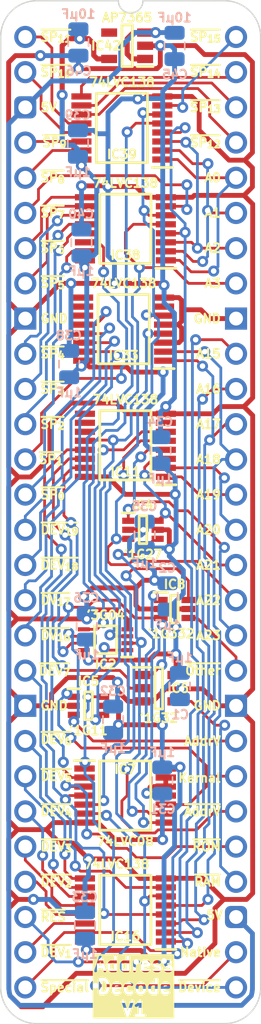
<source format=kicad_pcb>
(kicad_pcb (version 20240108) (generator "pcbnew") (generator_version "8.0")
  (title_block (title "MPU Address Decode") (date "2024-02-15") (rev "V1"))
  (layers (0 "F.Cu" signal) (31 "B.Cu" signal) (34 "B.Paste" user) (35 "F.Paste" user) (36 "B.SilkS" user "B.Silkscreen") (37 "F.SilkS" user "F.Silkscreen") (38 "B.Mask" user) (39 "F.Mask" user) (44 "Edge.Cuts" user))
  (net 0 "")
  (net 1 "/3.3V")
  (net 2 "GND")
  (net 3 "5V")
  (net 4 "Native Latch")
  (net 5 "A3")
  (net 6 "A19")
  (net 7 "A20")
  (net 8 "A21")
  (net 9 "A23")
  (net 10 "/~{A3}")
  (net 11 "A22")
  (net 12 "/~{Device Group 128K}")
  (net 13 "/~{Device Group 32K}")
  (net 14 "A15")
  (net 15 "A16")
  (net 16 "A17")
  (net 17 "A18")
  (net 18 "~{Reset}")
  (net 19 "~{Device _{CS}7}")
  (net 20 "~{Device _{CS}6}")
  (net 21 "~{Device _{CS}5}")
  (net 22 "~{Device _{CS}4}")
  (net 27 "~{Device _{CS}3}")
  (net 28 "~{Device _{CS}2}")
  (net 29 "~{Device _{CS}1}")
  (net 30 "~{SPECIAL}")
  (net 31 "/~{Native Latch}")
  (net 32 "~{Device _{CS}19}")
  (net 33 "~{Device _{CS}18}")
  (net 34 "~{Device _{CS}17}")
  (net 35 "~{Device _{CS}16}")
  (net 36 "~{OTHER}")
  (net 37 "~{RAM_{CS}}")
  (net 38 "A0")
  (net 39 "A1")
  (net 40 "A2")
  (net 41 "~{Special _{CS}7}")
  (net 42 "~{Special _{CS}6}")
  (net 43 "~{Special _{CS}5}")
  (net 44 "~{Special _{CS}4}")
  (net 45 "~{Special _{CS}3}")
  (net 46 "~{Special _{CS}2}")
  (net 47 "~{Special _{CS}1}")
  (net 48 "~{Special _{CS}0}")
  (net 49 "~{Special _{CS}15}")
  (net 50 "~{Special _{CS}14}")
  (net 51 "~{Special _{CS}13}")
  (net 52 "~{Special _{CS}12}")
  (net 53 "~{Special _{CS}11}")
  (net 54 "~{Special _{CS}10}")
  (net 55 "~{Special _{CS}9}")
  (net 56 "~{Special _{CS}8}")
  (net 61 "Kernal Mode")
  (net 63 "~{ROM_{CS}}")
  (net 64 "/~{ROM}")
  (net 65 "~{Device}")
  (net 66 "/~{RAM}")
  (net 67 "/~{A21+A22+A23}")
  (net 68 "Address Valid")
  (net 69 "/Decode Enable")
  (net 70 "~{Address Valid}")
  (net 72 "/~{A_{H}}•Kernal Mode")
  (footprint "SamacSys_Parts:SOT65P210X110-6N" (layer "F.Cu") (at 10.795 41.275)
    (property "Reference" "IC8")
    (property "Value" "SN74LVC1G332DCKR" (hide yes))
  )
  (footprint "SamacSys_Parts:SOP65P640X110-14N" (layer "F.Cu") (at 7.222 54.737)
    (property "Reference" "IC7")
    (property "Value" "74LVC08APW,112" (hide yes))
  )
  (footprint "SamacSys_Parts:SOP65P210X110-6N" (layer "F.Cu") (at 8.509 35.56)
    (property "Reference" "IC4")
    (property "Value" "74LVC1G27GW,125" (hide yes))
  )
  (footprint "SamacSys_Parts:SOP65P640X110-16N" (layer "F.Cu") (at 7.239001 29.464 180)
    (property "Reference" "IC11")
    (property "Value" "74LVC138APW-Q100J" (hide yes))
  )
  (footprint "SamacSys_Parts:SOP50P310X90-8N" (layer "F.Cu") (at 5.808743 43.492619 180)
    (property "Reference" "IC2")
    (property "Value" "SN74LVC3G04DCUR" (hide yes))
  )
  (footprint "SamacSys_Parts:SOP65P640X110-16N" (layer "F.Cu") (at 6.985 6.568251 180)
    (property "Reference" "IC39")
    (property "Value" "74LVC138APW-Q100J" (hide yes))
  )
  (footprint "SamacSys_Parts:SOP65P640X110-16N" (layer "F.Cu") (at 7.239 13.843 180)
    (property "Reference" "IC38")
    (property "Value" "74LVC138APW-Q100J" (hide yes))
  )
  (footprint "SamacSys_Parts:DIP-56_Board_W15.24mm" (layer "F.Cu") (at 0 0)
    (property "Reference" "J2" (hide yes))
    (property "Value" "Conn_02x28_Counter_Clockwise" (hide yes))
    (fp_line (start -1.778 68.58) (end -1.778 0) (stroke (width 0.1)) (layer "Edge.Cuts"))
    (fp_line (start 6.731 -2.6162) (end 0.835732 -2.613732) (stroke (width 0.1)) (layer "Edge.Cuts"))
    (fp_line (start 14.404267 -2.613733) (end 8.509 -2.6162) (stroke (width 0.1)) (layer "Edge.Cuts"))
    (fp_line (start 14.404268 71.193732) (end 0.835733 71.193733) (stroke (width 0.1)) (layer "Edge.Cuts"))
    (fp_line (start 17.018 68.58) (end 17.017999 -0.000001) (stroke (width 0.1)) (layer "Edge.Cuts"))
    (fp_arc (start -1.778 0) (mid -1.012456 -1.848188) (end 0.835732 -2.613732) (stroke (width 0.1)) (layer "Edge.Cuts"))
    (fp_arc (start 0.835733 71.193733) (mid -1.012457 70.42819) (end -1.778 68.58) (stroke (width 0.1)) (layer "Edge.Cuts"))
    (fp_arc (start 8.509 -2.6162) (mid 7.62 -1.7272) (end 6.731 -2.6162) (stroke (width 0.1)) (layer "Edge.Cuts"))
    (fp_arc (start 14.404267 -2.613733) (mid 16.252451 -1.848184) (end 17.017999 -0.000001) (stroke (width 0.1)) (layer "Edge.Cuts"))
    (fp_arc (start 17.018 68.58) (mid 16.252456 70.428187) (end 14.404268 71.193732) (stroke (width 0.1)) (layer "Edge.Cuts"))
  )
  (footprint "SamacSys_Parts:SOP65P640X110-16N" (layer "F.Cu") (at 7.239 62.992 180)
    (property "Reference" "IC16")
    (property "Value" "74LVC138APW-Q100J" (hide yes))
  )
  (footprint "SamacSys_Parts:SOP65P210X110-6N" (layer "F.Cu") (at 4.572 48.26)
    (property "Reference" "IC5")
    (property "Value" "74LVC1G11GW-Q100H" (hide yes))
  )
  (footprint "SamacSys_Parts:SOP65P640X110-16N" (layer "F.Cu") (at 7.112 21.082 180)
    (property "Reference" "IC33")
    (property "Value" "74LVC138APW-Q100J" (hide yes))
  )
  (footprint "SamacSys_Parts:SOT95P285X130-5N" (layer "F.Cu") (at 7.366 0.635 180)
    (property "Reference" "IC42")
    (property "Value" "AP7365-33WG-7" (hide yes))
  )
  (footprint "SamacSys_Parts:SOT95P275X110-5N" (layer "F.Cu") (at 9.652 46.99)
    (property "Reference" "IC6")
    (property "Value" "74LVC1G32GV,125" (hide yes))
  )
  (footprint "SamacSys_Parts:C_0805" (layer "B.Cu") (at 9.911189 53.641789)
    (property "Reference" "C31")
    (property "Value" "1μF")
  )
  (footprint "SamacSys_Parts:C_0805" (layer "B.Cu") (at 10.795 0.635)
    (property "Reference" "C45")
    (property "Value" "10μF")
  )
  (footprint "SamacSys_Parts:PinHeader_1x28_P2.54mm_Vertical" (layer "B.Cu") (at 15.240001 68.580001)
    (property "Reference" "J1" (hide yes))
    (property "Value" "Pin_Header_01x28")
  )
  (footprint "SamacSys_Parts:C_0805" (layer "B.Cu") (at 9.778999 29.845 180)
    (property "Reference" "C34")
    (property "Value" "1μF")
  )
  (footprint "SamacSys_Parts:C_0805" (layer "B.Cu") (at 4.318 64.135 180)
    (property "Reference" "C33")
    (property "Value" "1μF")
  )
  (footprint "SamacSys_Parts:C_0805" (layer "B.Cu") (at 11.176 46.818)
    (property "Reference" "C1")
    (property "Value" "1μF")
  )
  (footprint "SamacSys_Parts:C_0805" (layer "B.Cu") (at 3.84 0.381)
    (property "Reference" "C46")
    (property "Value" "10μF")
  )
  (footprint "SamacSys_Parts:C_0805" (layer "B.Cu") (at 4.445 42.545 180)
    (property "Reference" "C36")
    (property "Value" "1μF")
  )
  (footprint "SamacSys_Parts:C_0805" (layer "B.Cu") (at 6.35 49.276 180)
    (property "Reference" "C32")
    (property "Value" "1μF")
  )
  (footprint "SamacSys_Parts:C_0805" (layer "B.Cu") (at 8.636 35.941 180)
    (property "Reference" "C35")
    (property "Value" "1μF")
  )
  (footprint "SamacSys_Parts:C_0805" (layer "B.Cu") (at 4.064 14.859 180)
    (property "Reference" "C40")
    (property "Value" "1μF")
  )
  (footprint "SamacSys_Parts:PinHeader_1x28_P2.54mm_Vertical" (layer "B.Cu") (at 0 68.58)
    (property "Reference" "J3" (hide yes))
    (property "Value" "Pin_Header_01x28")
  )
  (footprint "SamacSys_Parts:C_0805" (layer "B.Cu") (at 10.287 40.386 180)
    (property "Reference" "C2")
    (property "Value" "1μF")
  )
  (footprint "SamacSys_Parts:C_0805" (layer "B.Cu") (at 3.175 23.622 180)
    (property "Reference" "C38")
    (property "Value" "1μF")
  )
  (footprint "SamacSys_Parts:C_0805" (layer "B.Cu") (at 3.81 7.711251 180)
    (property "Reference" "C39")
    (property "Value" "1μF")
  )
  (gr_text "A23" (at 14.224 43.180002 0) (layer "F.SilkS") (effects (font (size 0.635 0.635)) (justify right)))
  (gr_text "A0" (at 14.224 10.16 0) (layer "F.SilkS") (effects (font (size 0.635 0.635)) (justify right)))
  (gr_text "~{SP_{7}}" (at 1.016 12.7 0) (layer "F.SilkS") (effects (font (size 0.635 0.635)) (justify left)))
  (gr_text "~{SP_{12}}" (at 14.224 7.620002 0) (layer "F.SilkS") (effects (font (size 0.635 0.635)) (justify right)))
  (gr_text "~{AddrV}" (at 14.224 55.88 0) (layer "F.SilkS") (effects (font (size 0.635 0.635)) (justify right)))
  (gr_text "~{RES}" (at 1.016 63.499998 0) (layer "F.SilkS") (effects (font (size 0.635 0.635)) (justify left)))
  (gr_text "~{DEV_{4}}" (at 1.016 55.879999 0) (layer "F.SilkS") (effects (font (size 0.635 0.635)) (justify left)))
  (gr_text "~{DEV_{1}}" (at 1.016 66.04 0) (layer "F.SilkS") (effects (font (size 0.635 0.635)) (justify left)))
  (gr_text "A21" (at 14.224 38.100002 0) (layer "F.SilkS") (effects (font (size 0.635 0.635)) (justify right)))
  (gr_text "~{DEV_{6}}" (at 1.016 50.672999 0) (layer "F.SilkS") (effects (font (size 0.635 0.635)) (justify left)))
  (gr_text "~{DEV_{19}}" (at 1.016 35.56 0) (layer "F.SilkS") (effects (font (size 0.635 0.635)) (justify left)))
  (gr_text "A1" (at 14.224001 12.700002 0) (layer "F.SilkS") (effects (font (size 0.635 0.635)) (justify right)))
  (gr_text "~{Other}" (at 14.224 45.72 0) (layer "F.SilkS") (effects (font (size 0.635 0.635)) (justify right)))
  (gr_text "A2" (at 14.224 15.240002 0) (layer "F.SilkS") (effects (font (size 0.635 0.635)) (justify right)))
  (gr_text "A3" (at 14.224 17.780002 0) (layer "F.SilkS") (effects (font (size 0.635 0.635)) (justify right)))
  (gr_text "GND" (at 1.016 48.26 0) (layer "F.SilkS") (effects (font (size 0.635 0.635)) (justify left)))
  (gr_text "Kernal\n" (at 14.224 53.467 0) (layer "F.SilkS") (effects (font (size 0.635 0.635)) (justify right)))
  (gr_text "~{SP_{2}}" (at 1.016 27.939999 0) (layer "F.SilkS") (effects (font (size 0.635 0.635)) (justify left)))
  (gr_text "~{SP_{9}}" (at 1.143 7.62 0) (layer "F.SilkS") (effects (font (size 0.635 0.635)) (justify left)))
  (gr_text "~{ROM}" (at 14.224001 58.420002 0) (layer "F.SilkS") (effects (font (size 0.635 0.635)) (justify right)))
  (gr_text "~{SP_{13}}" (at 14.224 5.080002 0) (layer "F.SilkS") (effects (font (size 0.635 0.635)) (justify right)))
  (gr_text "GND" (at 1.016 20.32 0) (layer "F.SilkS") (effects (font (size 0.635 0.635)) (justify left)))
  (gr_text "~{SP_{6}}" (at 1.016 15.24 0) (layer "F.SilkS") (effects (font (size 0.635 0.635)) (justify left)))
  (gr_text "~{SP_{11}}" (at 1.016 0 0) (layer "F.SilkS") (effects (font (size 0.635 0.635)) (justify left)))
  (gr_text "~{DEV_{18}}" (at 1.016 38.1 0) (layer "F.SilkS") (effects (font (size 0.635 0.635)) (justify left)))
  (gr_text "~{SP_{15}}" (at 14.224 0 0) (layer "F.SilkS") (effects (font (size 0.635 0.635)) (justify right)))
  (gr_text "~{DEV_{5}}" (at 1.016 53.34 0) (layer "F.SilkS") (effects (font (size 0.635 0.635)) (justify left)))
  (gr_text "5V" (at 14.351 63.373002 0) (layer "F.SilkS") (effects (font (size 0.635 0.635)) (justify right)))
  (gr_text "~{DEV_{3}}" (at 1.016 58.42 0) (layer "F.SilkS") (effects (font (size 0.635 0.635)) (justify left)))
  (gr_text "A16" (at 14.224001 25.400002 0) (layer "F.SilkS") (effects (font (size 0.635 0.635)) (justify right)))
  (gr_text "A17" (at 14.224 27.940002 0) (layer "F.SilkS") (effects (font (size 0.635 0.635)) (justify right)))
  (gr_text "Address\nDecode\nV1" (at 7.874 70.739 0) (layer "F.SilkS" knockout) (effects (font (size 1 1) (thickness 0.2) (bold yes)) (justify bottom)))
  (gr_text "~{Special}" (at 1.016 68.58 0) (layer "F.SilkS") (effects (font (size 0.635 0.635)) (justify left)))
  (gr_text "AddrV" (at 14.224 50.8 0) (layer "F.SilkS") (effects (font (size 0.635 0.635)) (justify right)))
  (gr_text "A18" (at 14.224 30.480002 0) (layer "F.SilkS") (effects (font (size 0.635 0.635)) (justify right)))
  (gr_text "~{DEV_{7}}" (at 0.889 45.72 0) (layer "F.SilkS") (effects (font (size 0.635 0.635)) (justify left)))
  (gr_text "~{SP_{1}}" (at 0.889001 30.479999 0) (layer "F.SilkS") (effects (font (size 0.635 0.635)) (justify left)))
  (gr_text "GND" (at 14.224 20.320002 0) (layer "F.SilkS") (effects (font (size 0.635 0.635)) (justify right)))
  (gr_text "~{SP_{8}}" (at 1.016 10.159999 0) (layer "F.SilkS") (effects (font (size 0.635 0.635)) (justify left)))
  (gr_text "~{RAM}" (at 14.224 60.960002 0) (layer "F.SilkS") (effects (font (size 0.635 0.635)) (justify right)))
  (gr_text "~{SP_{5}}" (at 1.016 17.779999 0) (layer "F.SilkS") (effects (font (size 0.635 0.635)) (justify left)))
  (gr_text "A19" (at 14.224 33.02 0) (layer "F.SilkS") (effects (font (size 0.635 0.635)) (justify right)))
  (gr_text "~{SP_{0}}" (at 1.016 33.019999 0) (layer "F.SilkS") (effects (font (size 0.635 0.635)) (justify left)))
  (gr_text "A20" (at 14.224001 35.560002 0) (layer "F.SilkS") (effects (font (size 0.635 0.635)) (justify right)))
  (gr_text "GND" (at 14.224 48.26 0) (layer "F.SilkS") (effects (font (size 0.635 0.635)) (justify right)))
  (gr_text "~{SP_{4}}" (at 1.016 22.86 0) (layer "F.SilkS") (effects (font (size 0.635 0.635)) (justify left)))
  (gr_text "~{Device}" (at 14.224001 68.580002 0) (layer "F.SilkS") (effects (font (size 0.635 0.635)) (justify right)))
  (gr_text "5V" (at 1.016 5.079999 0) (layer "F.SilkS") (effects (font (size 0.635 0.635)) (justify left)))
  (gr_text "Native" (at 14.224 66.040002 0) (layer "F.SilkS") (effects (font (size 0.635 0.635)) (justify right)))
  (gr_text "~{DV_{16}}" (at 1.016 43.18 0) (layer "F.SilkS") (effects (font (size 0.635 0.635)) (justify left)))
  (gr_text "~{DEV_{2}}" (at 1.016 60.959998 0) (layer "F.SilkS") (effects (font (size 0.635 0.635)) (justify left)))
  (gr_text "A22" (at 14.224 40.640002 0) (layer "F.SilkS") (effects (font (size 0.635 0.635)) (justify right)))
  (gr_text "~{SP_{10}}" (at 1.016 2.54 0) (layer "F.SilkS") (effects (font (size 0.635 0.635)) (justify left)))
  (gr_text "A15" (at 14.224 22.86 0) (layer "F.SilkS") (effects (font (size 0.635 0.635)) (justify right)))
  (gr_text "~{SP_{3}}" (at 1.016 25.4 0) (layer "F.SilkS") (effects (font (size 0.635 0.635)) (justify left)))
  (gr_text "~{DV_{17}}" (at 1.016 40.639998 0) (layer "F.SilkS") (effects (font (size 0.635 0.635)) (justify left)))
  (gr_text "~{SP_{14}}" (at 14.224001 2.540002 0) (layer "F.SilkS") (effects (font (size 0.635 0.635)) (justify right)))
  (segment (start 9.906 49.657) (end 9.88 49.631) (width 0.35) (layer "F.Cu") (net 1))
  (segment (start 9.88 49.631) (end 6.743 49.631) (width 0.35) (layer "F.Cu") (net 1))
  (segment (start 4.233743 44.267619) (end 4.233743 44.619743) (width 0.35) (layer "F.Cu") (net 1))
  (segment (start 5.207 1.585) (end 6.066 1.585) (width 0.37) (layer "F.Cu") (net 1))
  (segment (start 4.953 0.508) (end 4.953 1.331) (width 0.37) (layer "F.Cu") (net 1))
  (segment (start 6.477 48.26) (end 6.743 48.526) (width 0.35) (layer "F.Cu") (net 1))
  (segment (start 10.890842 41.329158) (end 10.945 41.275) (width 0.35) (layer "F.Cu") (net 1))
  (segment (start 2.667004 0.634996) (end 2.667004 4.191) (width 0.37) (layer "F.Cu") (net 1))
  (segment (start 10.902 44.531804) (end 10.890846 44.52065) (width 0.35) (layer "F.Cu") (net 1))
  (segment (start 9.406896 44.52065) (end 8.969546 44.958) (width 0.35) (layer "F.Cu") (net 1))
  (segment (start 4.06 8.84325) (end 4.06 9.283) (width 0.37) (layer "F.Cu") (net 1))
  (segment (start 4.643 23.813) (end 4.187 23.357) (width 0.35) (layer "F.Cu") (net 1))
  (segment (start 10.902 46.04) (end 10.902 44.531804) (width 0.35) (layer "F.Cu") (net 1))
  (segment (start 9.127625 66.675) (end 8.366625 65.914) (width 0.35) (layer "F.Cu") (net 1))
  (segment (start 8.969546 44.958) (end 4.572 44.958) (width 0.35) (layer "F.Cu") (net 1))
  (segment (start 4.314 65.267) (end 4.314 65.759682) (width 0.35) (layer "F.Cu") (net 1))
  (segment (start 4.314 65.759682) (end 4.4173 65.862982) (width 0.35) (layer "F.Cu") (net 1))
  (segment (start 4.572 0.127) (end 4.953 0.508) (width 0.37) (layer "F.Cu") (net 1))
  (segment (start 10.3585 35.56) (end 9.571 35.56) (width 0.35) (layer "F.Cu") (net 1))
  (segment (start 3.175 0.127) (end 2.667004 0.634996) (width 0.37) (layer "F.Cu") (net 1))
  (segment (start 5.958 31.739) (end 4.314001 31.739) (width 0.35) (layer "F.Cu") (net 1))
  (segment (start 11.085489 52.787) (end 10.16 52.787) (width 0.35) (layer "F.Cu") (net 1))
  (segment (start 9.963 24.182002) (end 7.702729 24.182002) (width 0.35) (layer "F.Cu") (net 1))
  (segment (start 3.937001 0.127) (end 4.572 0.127) (width 0.37) (layer "F.Cu") (net 1))
  (segment (start 10.838001 33.002105) (end 7.221105 33.002105) (width 0.35) (layer "F.Cu") (net 1))
  (segment (start 8.366625 65.914) (end 4.468318 65.914) (width 0.35) (layer "F.Cu") (net 1))
  (segment (start 7.702729 24.182002) (end 7.333727 23.813) (width 0.35) (layer "F.Cu") (net 1))
  (segment (start 6.743 48.526) (end 6.743 49.631) (width 0.35) (layer "F.Cu") (net 1))
  (segment (start 7.333727 23.813) (end 4.643 23.813) (width 0.35) (layer "F.Cu") (net 1))
  (segment (start 4.953 1.331) (end 5.207 1.585) (width 0.37) (layer "F.Cu") (net 1))
  (segment (start 10.414 36.957) (end 10.414 35.6155) (width 0.35) (layer "F.Cu") (net 1))
  (segment (start 4.314 16.118) (end 4.314 16.637) (width 0.35) (layer "F.Cu") (net 1))
  (segment (start 4.468318 65.914) (end 4.4173 65.862982) (width 0.35) (layer "F.Cu") (net 1))
  (segment (start 10.945 41.275) (end 11.795 41.275) (width 0.35) (layer "F.Cu") (net 1))
  (segment (start 7.221105 33.002105) (end 5.958 31.739) (width 0.35) (layer "F.Cu") (net 1))
  (segment (start 10.890846 44.52065) (end 9.406896 44.52065) (width 0.35) (layer "F.Cu") (net 1))
  (segment (start 5.633999 48.26) (end 6.477 48.26) (width 0.35) (layer "F.Cu") (net 1))
  (segment (start 10.414 35.6155) (end 10.3585 35.56) (width 0.35) (layer "F.Cu") (net 1))
  (segment (start 11.186373 52.686116) (end 11.085489 52.787) (width 0.35) (layer "F.Cu") (net 1))
  (segment (start 10.890842 42.593461) (end 10.890842 41.329158) (width 0.35) (layer "F.Cu") (net 1))
  (segment (start 4.233743 44.619743) (end 4.572 44.958) (width 0.35) (layer "F.Cu") (net 1))
  (segment (start 10.033 66.675) (end 9.127625 66.675) (width 0.35) (layer "F.Cu") (net 1))
  (segment (start 3.937001 0.127) (end 3.175 0.127) (width 0.37) (layer "F.Cu") (net 1))
  (via (at 10.033 66.675) (size 0.8) (drill 0.4) (layers "F.Cu" "B.Cu") (net 1))
  (via (at 6.743 49.631) (size 0.8) (drill 0.4) (layers "F.Cu" "B.Cu") (net 1))
  (via (at 4.4173 65.862982) (size 0.8) (drill 0.4) (layers "F.Cu" "B.Cu") (net 1))
  (via (at 11.186373 52.686116) (size 0.8) (drill 0.4) (layers "F.Cu" "B.Cu") (net 1))
  (via (at 3.937001 0.127) (size 0.8) (drill 0.4) (layers "F.Cu" "B.Cu") (net 1))
  (via (at 9.963 24.182002) (size 0.8) (drill 0.4) (layers "F.Cu" "B.Cu") (net 1))
  (via (at 10.414 36.957) (size 0.8) (drill 0.4) (layers "F.Cu" "B.Cu") (net 1))
  (via (at 10.890846 44.52065) (size 0.8) (drill 0.4) (layers "F.Cu" "B.Cu") (net 1))
  (via (at 4.061477 23.746467) (size 0.8) (drill 0.4) (layers "F.Cu" "B.Cu") (net 1))
  (via (at 4.314 16.637) (size 0.8) (drill 0.4) (layers "F.Cu" "B.Cu") (net 1))
  (via (at 2.667004 4.191) (size 0.8) (drill 0.4) (layers "F.Cu" "B.Cu") (net 1))
  (via (at 10.838001 33.002105) (size 0.8) (drill 0.4) (layers "F.Cu" "B.Cu") (net 1))
  (via (at 9.906 49.657) (size 0.8) (drill 0.4) (layers "F.Cu" "B.Cu") (net 1))
  (via (at 4.06 9.283) (size 0.8) (drill 0.4) (layers "F.Cu" "B.Cu") (net 1))
  (via (at 10.890842 42.593461) (size 0.8) (drill 0.4) (layers "F.Cu" "B.Cu") (net 1))
  (via (at 4.572 44.958) (size 0.8) (drill 0.4) (layers "F.Cu" "B.Cu") (net 1))
  (segment (start 11.43 40.177) (end 11.43 38.481) (width 0.35) (layer "B.Cu") (net 1))
  (segment (start 9.906 52.565998) (end 9.906 49.657) (width 0.35) (layer "B.Cu") (net 1))
  (segment (start 10.890842 44.520646) (end 10.890846 44.52065) (width 0.35) (layer "B.Cu") (net 1))
  (segment (start 3.175 24.556) (end 3.984533 23.746467) (width 0.35) (layer "B.Cu") (net 1))
  (segment (start 10.890842 42.593461) (end 10.890842 44.520646) (width 0.35) (layer "B.Cu") (net 1))
  (segment (start 10.795 55.763373) (end 10.795 58.42) (width 0.35) (layer "B.Cu") (net 1))
  (segment (start 10.904105 33.068209) (end 10.904105 36.466895) (width 0.35) (layer "B.Cu") (net 1))
  (segment (start 4.064001 8.89925) (end 4.064001 9.278999) (width 0.37) (layer "B.Cu") (net 1))
  (segment (start 2.979874 7.815126) (end 2.667004 7.502255) (width 0.37) (layer "B.Cu") (net 1))
  (segment (start 9.778999 30.779) (end 9.778999 29.971999) (width 0.35) (layer "B.Cu") (net 1))
  (segment (start 10.904105 36.466895) (end 10.414 36.957) (width 0.35) (layer "B.Cu") (net 1))
  (segment (start 11.186373 52.686116) (end 11.186373 55.372) (width 0.35) (layer "B.Cu") (net 1))
  (segment (start 3.840001 0.030001) (end 3.937001 0.127) (width 0.37) (layer "B.Cu") (net 1))
  (segment (start 10.890842 42.593461) (end 10.890842 41.923842) (width 0.35) (layer "B.Cu") (net 1))
  (segment (start 11.176 45.884) (end 9.906 47.154) (width 0.35) (layer "B.Cu") (net 1))
  (segment (start 8.678999 29.39481) (end 8.678999 27.008001) (width 0.35) (layer "B.Cu") (net 1))
  (segment (start 3.81 8.128) (end 3.497126 7.815126) (width 0.37) (layer "B.Cu") (net 1))
  (segment (start 5.174001 10.397001) (end 4.06 9.283) (width 0.37) (layer "B.Cu") (net 1))
  (segment (start 10.890842 41.923842) (end 10.287 41.32) (width 0.35) (layer "B.Cu") (net 1))
  (segment (start 11.176 45.884) (end 11.176 44.805804) (width 0.35) (layer "B.Cu") (net 1))
  (segment (start 11.176 44.805804) (end 10.890846 44.52065) (width 0.35) (layer "B.Cu") (net 1))
  (segment (start 2.667004 7.502255) (end 2.667004 4.191) (width 0.37) (layer "B.Cu") (net 1))
  (segment (start 10.795 58.42) (end 10.033 59.182) (width 0.35) (layer "B.Cu") (net 1))
  (segment (start 10.838001 33.002105) (end 10.838001 31.838002) (width 0.35) (layer "B.Cu") (net 1))
  (segment (start 4.314 16.637) (end 4.445 16.768) (width 0.35) (layer "B.Cu") (net 1))
  (segment (start 10.287 41.32) (end 11.43 40.177) (width 0.35) (layer "B.Cu") (net 1))
  (segment (start 10.033 59.182) (end 10.033 66.675) (width 0.35) (layer "B.Cu") (net 1))
  (segment (start 9.906 47.154) (end 9.906 49.657) (width 0.35) (layer "B.Cu") (net 1))
  (segment (start 11.43 38.481) (end 10.414 37.465) (width 0.35) (layer "B.Cu") (net 1))
  (segment (start 6.35 50.21) (end 6.743 49.817) (width 0.35) (layer "B.Cu") (net 1))
  (segment (start 4.318 65.763682) (end 4.4173 65.862982) (width 0.35) (layer "B.Cu") (net 1))
  (segment (start 4.064 15.793) (end 4.908 15.793) (width 0.37) (layer "B.Cu") (net 1))
  (segment (start 4.445 16.768) (end 4.445 23.362944) (width 0.35) (layer "B.Cu") (net 1))
  (segment (start 9.963 25.724) (end 9.963 24.182002) (width 0.35) (layer "B.Cu") (net 1))
  (segment (start 3.84 -0.553) (end 3.840001 0.030001) (width 0.37) (layer "B.Cu") (net 1))
  (segment (start 10.414 37.465) (end 10.414 36.957) (width 0.35) (layer "B.Cu") (net 1))
  (segment (start 9.038189 29.754) (end 8.678999 29.39481) (width 0.35) (layer "B.Cu") (net 1))
  (segment (start 3.81 8.645251) (end 3.81 8.128) (width 0.37) (layer "B.Cu") (net 1))
  (segment (start 10.838001 33.002105) (end 10.904105 33.068209) (width 0.35) (layer "B.Cu") (net 1))
  (segment (start 4.064 16.387) (end 4.314 16.637) (width 0.35) (layer "B.Cu") (net 1))
  (segment (start 4.064 15.793) (end 4.064 16.387) (width 0.35) (layer "B.Cu") (net 1))
  (segment (start 9.561 29.754) (end 9.038189 29.754) (width 0.35) (layer "B.Cu") (net 1))
  (segment (start 4.445 43.479) (end 4.445 44.831) (width 0.35) (layer "B.Cu") (net 1))
  (segment (start 3.497126 7.815126) (end 2.979874 7.815126) (width 0.37) (layer "B.Cu") (net 1))
  (segment (start 4.445 23.362944) (end 4.061477 23.746467) (width 0.35) (layer "B.Cu") (net 1))
  (segment (start 10.332 36.875) (end 10.414 36.957) (width 0.35) (layer "B.Cu") (net 1))
  (segment (start 5.174001 15.526999) (end 5.174001 10.397001) (width 0.37) (layer "B.Cu") (net 1))
  (segment (start 4.445 44.831) (end 4.572 44.958) (width 0.35) (layer "B.Cu") (net 1))
  (segment (start 10.838001 31.838002) (end 9.778999 30.779) (width 0.35) (layer "B.Cu") (net 1))
  (segment (start 8.678999 27.008001) (end 9.963 25.724) (width 0.35) (layer "B.Cu") (net 1))
  (segment (start 4.318 65.069) (end 4.318 65.763682) (width 0.35) (layer "B.Cu") (net 1))
  (segment (start 3.984533 23.746467) (end 4.061477 23.746467) (width 0.35) (layer "B.Cu") (net 1))
  (segment (start 11.186373 55.372) (end 10.795 55.763373) (width 0.35) (layer "B.Cu") (net 1))
  (segment (start 11.186373 52.686116) (end 9.932862 52.686116) (width 0.35) (layer "B.Cu") (net 1))
  (segment (start 8.636 36.875) (end 10.332 36.875) (width 0.35) (layer "B.Cu") (net 1))
  (segment (start 4.064001 9.278999) (end 4.06 9.283) (width 0.37) (layer "B.Cu") (net 1))
  (segment (start 9.778999 29.971999) (end 9.561 29.754) (width 0.35) (layer "B.Cu") (net 1))
  (segment (start 6.743 49.817) (end 6.743 49.631) (width 0.35) (layer "B.Cu") (net 1))
  (segment (start 4.908 15.793) (end 5.174001 15.526999) (width 0.37) (layer "B.Cu") (net 1))
  (segment (start 1.778 27.94) (end 1.778 30.363701) (width 0.35) (layer "F.Cu") (net 2))
  (segment (start 9.227 47.94) (end 8.402 47.94) (width 0.35) (layer "F.Cu") (net 2))
  (segment (start -0.558351 57.195) (end -1.203 57.839649) (width 0.35) (layer "F.Cu") (net 2))
  (segment (start 4.064 10.742998) (end 5.928998 10.742998) (width 0.35) (layer "F.Cu") (net 2))
  (segment (start 16.425001 1.820001) (end 16.425001 8.339999) (width 0.35) (layer "F.Cu") (net 2))
  (segment (start -0.551251 62.23) (end -1.186251 62.865) (width 0.35) (layer "F.Cu") (net 2))
  (segment (start -0.558351 57.195) (end 1.524 57.195) (width 0.35) (layer "F.Cu") (net 2))
  (segment (start -1.203 21.523) (end -1.203 31.055) (width 0.35) (layer "F.Cu") (net 2))
  (segment (start 6.604 26.416) (end 3.302 26.416) (width 0.35) (layer "F.Cu") (net 2))
  (segment (start 9.762849 0.622179) (end 12.306179 0.622179) (width 0.35) (layer "F.Cu") (net 2))
  (segment (start 15.875001 1.270001) (end 16.425001 1.820001) (width 0.35) (layer "F.Cu") (net 2))
  (segment (start -1.203 19.117) (end -1.203 1.838) (width 0.35) (layer "F.Cu") (net 2))
  (segment (start 7.427 47.94) (end 8.402 47.94) (width 0.35) (layer "F.Cu") (net 2))
  (segment (start 11.303 20.994) (end 11.066 20.757) (width 0.35) (layer "F.Cu") (net 2))
  (segment (start 9.017 54.349076) (end 8.789738 54.576338) (width 0.35) (layer "F.Cu") (net 2))
  (segment (start 9.910001 4.293251) (end 12.040251 4.293251) (width 0.35) (layer "F.Cu") (net 2))
  (segment (start -1.203 61.578251) (end -0.551251 62.23) (width 0.35) (layer "F.Cu") (net 2))
  (segment (start 0 20.32) (end -1.203 21.523) (width 0.35) (layer "F.Cu") (net 2))
  (segment (start 4.572 59.309) (end 3.429 58.166) (width 0.35) (layer "F.Cu") (net 2))
  (segment (start -1.10005 69.173112) (end -0.296162 69.977) (width 0.35) (layer "F.Cu") (net 2))
  (segment (start 16.425 10.820844) (end 15.815844 11.43) (width 0.35) (layer "F.Cu") (net 2))
  (segment (start 5.928998 10.742998) (end 5.981 10.795) (width 0.35) (layer "F.Cu") (net 2))
  (segment (start 12.954001 1.270001) (end 15.875001 1.270001) (width 0.35) (layer "F.Cu") (net 2))
  (segment (start 16.001999 62.23) (end 14.351 62.23) (width 0.35) (layer "F.Cu") (net 2))
  (segment (start 3.683 67.564) (end 11.557 67.564) (width 0.35) (layer "F.Cu") (net 2))
  (segment (start 11.557 67.564) (end 13.716 65.405) (width 0.35) (layer "F.Cu") (net 2))
  (segment (start 3.063155 46.221479) (end 6.335224 46.221479) (width 0.35) (layer "F.Cu") (net 2))
  (segment (start 2.032 56.687) (end 1.524 57.195) (width 0.35) (layer "F.Cu") (net 2))
  (segment (start 14.097 26.67) (end 15.808 26.67) (width 0.35) (layer "F.Cu") (net 2))
  (segment (start 6.672745 46.559) (end 6.672745 47.185745) (width 0.35) (layer "F.Cu") (net 2))
  (segment (start 0 48.26) (end -1.203 49.463) (width 0.35) (layer "F.Cu") (net 2))
  (segment (start 16.443 12.057156) (end 15.815844 11.43) (width 0.35) (layer "F.Cu") (net 2))
  (segment (start 5.101617 41.336) (end 6.665 41.336) (width 0.35) (layer "F.Cu") (net 2))
  (segment (start 10.037 18.807) (end 10.037 17.911006) (width 0.35) (layer "F.Cu") (net 2))
  (segment (start 11.303 20.52) (end 11.066 20.757) (width 0.35) (layer "F.Cu") (net 2))
  (segment (start 9.539318 2.286) (end 3.84 2.286) (width 0.35) (layer "F.Cu") (net 2))
  (segment (start 16.443 49.463) (end 16.443 61.788999) (width 0.35) (layer "F.Cu") (net 2))
  (segment (start 2.54 17.78) (end 3.302012 17.78) (width 0.35) (layer "F.Cu") (net 2))
  (segment (start -1.184999 42.586999) (end -0.590617 41.992617) (width 0.35) (layer "F.Cu") (net 2))
  (segment (start 10.16 54.087) (end 9.0725 54.087) (width 0.35) (layer "F.Cu") (net 2))
  (segment (start -1.203 32.445) (end -0.508 31.75) (width 0.35) (layer "F.Cu") (net 2))
  (segment (start 8.001 39.751) (end 8.549185 39.202815) (width 0.35) (layer "F.Cu") (net 2))
  (segment (start 4.847855 39.751) (end 4.212857 40.385998) (width 0.35) (layer "F.Cu") (net 2))
  (segment (start 6.335224 46.221479) (end 6.672745 46.559) (width 0.35) (layer "F.Cu") (net 2))
  (segment (start 15.808 26.67) (end 16.443 26.035) (width 0.35) (layer "F.Cu") (net 2))
  (segment (start -1.186251 68.698095) (end -1.156265 68.945043) (width 0.35) (layer "F.Cu") (net 2))
  (segment (start 10.164001 26.674001) (end 10.16 26.67) (width 0.35) (layer "F.Cu") (net 2))
  (segment (start 2.032 56.687) (end 4.284 56.687) (width 0.35) (layer "F.Cu") (net 2))
  (segment (start 14.732 8.89) (end 15.875 8.89) (width 0.35) (layer "F.Cu") (net 2))
  (segment (start 8.141002 4.458002) (end 8.622999 4.458002) (width 0.35) (layer "F.Cu") (net 2))
  (segment (start 12.7 19.685) (end 13.335 20.32) (width 0.35) (layer "F.Cu") (net 2))
  (segment (start 0 48.26) (end -1.184999 47.075001) (width 0.35) (layer "F.Cu") (net 2))
  (segment (start -1.203 56.550351) (end -0.558351 57.195) (width 0.35) (layer "F.Cu") (net 2))
  (segment (start -0.711998 1.346998) (end 1.093 1.346998) (width 0.35) (layer "F.Cu") (net 2))
  (segment (start -1.186251 62.865) (end -1.186251 68.698095) (width 0.35) (layer "F.Cu") (net 2))
  (segment (start 11.303 21.866) (end 11.303 20.994) (width 0.35) (layer "F.Cu") (net 2))
  (segment (start 10.164 60.717) (end 8.266 60.717) (width 0.35) (layer "F.Cu") (net 2))
  (segment (start 10.164001 27.189) (end 7.377 27.189) (width 0.35) (layer "F.Cu") (net 2))
  (segment (start 16.443 61.788999) (end 16.001999 62.23) (width 0.35) (layer "F.Cu") (net 2))
  (segment (start 16.443 27.305) (end 15.808 26.67) (width 0.35) (layer "F.Cu") (net 2))
  (segment (start 8.255 41.275) (end 8.001 41.021) (width 0.35) (layer "F.Cu") (net 2))
  (segment (start -1.203 49.463) (end -1.203 56.550351) (width 0.35) (layer "F.Cu") (net 2))
  (segment (start -1.203 57.839649) (end -1.203 61.578251) (width 0.35) (layer "F.Cu") (net 2))
  (segment (start 15.815844 11.43) (end 12.215727 11.43) (width 0.35) (layer "F.Cu") (net 2))
  (segment (start -1.184999 47.075001) (end -1.184999 42.586999) (width 0.35) (layer "F.Cu") (net 2))
  (segment (start -1.156265 68.945043) (end -1.10005 69.173112) (width 0.35) (layer "F.Cu") (net 2))
  (segment (start 2.495 58.166) (end 1.524 57.195) (width 0.35) (layer "F.Cu") (net 2))
  (segment (start 15.24 48.26) (end 16.443 47.057) (width 0.35) (layer "F.Cu") (net 2))
  (segment (start 12.573 6.731) (end 14.732 8.89) (width 0.35) (layer "F.Cu") (net 2))
  (segment (start 11.303 19.685) (end 11.303 20.52) (width 0.35) (layer "F.Cu") (net 2))
  (segment (start 13.716 62.865) (end 14.351 62.23) (width 0.35) (layer "F.Cu") (net 2))
  (segment (start 16.443 26.035) (end 16.443 12.057156) (width 0.35) (layer "F.Cu") (net 2))
  (segment (start 16.425 9.44) (end 16.425 10.820844) (width 0.35) (layer "F.Cu") (net 2))
  (segment (start 13.335 20.32) (end 15.24 20.32) (width 0.35) (layer "F.Cu") (net 2))
  (segment (start 15.875 8.89) (end 16.425 9.44) (width 0.35) (layer "F.Cu") (net 2))
  (segment (start 1.778 30.363701) (end 0.391701 31.75) (width 0.35) (layer "F.Cu") (net 2))
  (segment (start -0.590617 41.992617) (end 4.445 41.992617) (width 0.35) (layer "F.Cu") (net 2))
  (segment (start -1.203 31.055) (end -0.508 31.75) (width 0.35) (layer "F.Cu") (net 2))
  (segment (start 8.549185 39.202815) (end 9.341707 39.202815) (width 0.35) (layer "F.Cu") (net 2))
  (segment (start -1.203 1.838) (end -0.711998 1.346998) (width 0.35) (layer "F.Cu") (net 2))
  (segment (start 6.477 57.912) (end 5.252 56.687) (width 0.35) (layer "F.Cu") (net 2))
  (segment (start 16.425001 8.339999) (end 15.875 8.89) (width 0.35) (layer "F.Cu") (net 2))
  (segment (start 12.040251 4.293251) (end 12.573 4.826) (width 0.35) (layer "F.Cu") (net 2))
  (segment (start 9.925876 57.912) (end 6.477 57.912) (width 0.35) (layer "F.Cu") (net 2))
  (segment (start 7.383743 42.054743) (end 7.383743 42.717619) (width 0.35) (layer "F.Cu") (net 2))
  (segment (start 0 48.26) (end 1.905 48.26) (width 0.35) (layer "F.Cu") (net 2))
  (segment (start 4.445 41.992617) (end 5.101617 41.336) (width 0.35) (layer "F.Cu") (net 2))
  (segment (start 10.164001 27.189) (end 13.578 27.189) (width 0.35) (layer "F.Cu") (net 2))
  (segment (start 8.001 39.751) (end 4.847855 39.751) (width 0.35) (layer "F.Cu") (net 2))
  (segment (start 9.0725 54.087) (end 9.017 54.1425) (width 0.35) (layer "F.Cu") (net 2))
  (segment (start 8.001 41.021) (end 8.001 39.751) (width 0.35) (layer "F.Cu") (net 2))
  (segment (start 8.622999 4.458002) (end 8.763 4.318001) (width 0.35) (layer "F.Cu") (net 2))
  (segment (start 10.037 17.911006) (end 10.032994 17.907) (width 0.35) (layer "F.Cu") (net 2))
  (segment (start 10.16 53.437) (end 10.16 54.087) (width 0.35) (layer "F.Cu") (net 2))
  (segment (start 10.175 60.706) (end 12.827 60.706) (width 0.35) (layer "F.Cu") (net 2))
  (segment (start 12.215727 11.43) (end 12.077727 11.568) (width 0.35) (layer "F.Cu") (net 2))
  (segment (start 1.905 47.379634) (end 3.063155 46.221479) (width 0.35) (layer "F.Cu") (net 2))
  (segment (start 10.164 11.568) (end 8.774 11.568) (width 0.35) (layer "F.Cu") (net 2))
  (segment (start 6.447482 17.78) (end 3.302012 17.78) (width 0.35) (layer "F.Cu") (net 2))
  (segment (start 9.795 41.275) (end 8.255 41.275) (width 0.35) (layer "F.Cu") (net 2))
  (segment (start 16.443 47.057) (end 16.443 27.305) (width 0.35) (layer "F.Cu") (net 2))
  (segment (start 9.762849 2.062469) (end 9.539318 2.286) (width 0.35) (layer "F.Cu") (net 2))
  (segment (start -1.203 41.380234) (end -1.203 32.445) (width 0.35) (layer "F.Cu") (net 2))
  (segment (start 8.774 11.568) (end 8.001 10.795) (width 0.35) (layer "F.Cu") (net 2))
  (segment (start 11.112 18.807) (end 11.303 18.998) (width 0.35) (layer "F.Cu") (net 2))
  (segment (start 6.672745 47.185745) (end 7.427 47.94) (width 0.35) (layer "F.Cu") (net 2))
  (segment (start -0.590617 41.992617) (end -1.203 41.380234) (width 0.35) (layer "F.Cu") (net 2))
  (segment (start 11.066 20.757) (end 10.037 20.757) (width 0.35) (layer "F.Cu") (net 2))
  (segment (start 11.303 47.039998) (end 10.127002 47.039998) (width 0.35) (layer "F.Cu") (net 2))
  (segment (start 3.429 58.166) (end 2.495 58.166) (width 0.35) (layer "F.Cu") (net 2))
  (segment (start 12.077727 11.568) (end 10.164 11.568) (width 0.35) (layer "F.Cu") (net 2))
  (segment (start 5.252 56.687) (end 4.284 56.687) (width 0.35) (layer "F.Cu") (net 2))
  (segment (start 0.589152 62.23) (end 0.589154 62.230002) (width 0.35) (layer "F.Cu") (net 2))
  (segment (start 12.827 60.706) (end 14.351 62.23) (width 0.35) (layer "F.Cu") (net 2))
  (segment (start 14.047002 48.26) (end 12.827 47.039998) (width 0.35) (layer "F.Cu") (net 2))
  (segment (start 15.24 48.26) (end 14.047002 48.26) (width 0.35) (layer "F.Cu") (net 2))
  (segment (start 6.858 59.309) (end 4.572 59.309) (width 0.35) (layer "F.Cu") (net 2))
  (segment (start 9.762849 0.622179) (end 9.762849 2.062469) (width 0.35) (layer "F.Cu") (net 2))
  (segment (start -0.296162 69.977) (end 1.27 69.977) (width 0.35) (layer "F.Cu") (net 2))
  (segment (start 8.001 10.795) (end 5.981 10.795) (width 0.35) (layer "F.Cu") (net 2))
  (segment (start -0.551251 62.23) (end 0.589152 62.23) (width 0.35) (layer "F.Cu") (net 2))
  (segment (start 6.447482 17.78) (end 9.905994 17.78) (width 0.35) (layer "F.Cu") (net 2))
  (segment (start 3.510001 48.26) (end 1.905 48.26) (width 0.35) (layer "F.Cu") (net 2))
  (segment (start 3.302 26.416) (end 1.778 27.94) (width 0.35) (layer "F.Cu") (net 2))
  (segment (start 9.750028 0.635) (end 8.666 0.635) (width 0.35) (layer "F.Cu") (net 2))
  (segment (start 10.037 18.807) (end 11.112 18.807) (width 0.35) (layer "F.Cu") (net 2))
  (segment (start 11.303 47.039998) (end 12.827 47.039998) (width 0.35) (layer "F.Cu") (net 2))
  (segment (start 7.377 27.189) (end 6.604 26.416) (width 0.35) (layer "F.Cu") (net 2))
  (segment (start 12.573 4.826) (end 12.573 6.731) (width 0.35) (layer "F.Cu") (net 2))
  (segment (start 11.303 18.998) (end 11.303 19.685) (width 0.35) (layer "F.Cu") (net 2))
  (segment (start 9.762849 0.622179) (end 9.750028 0.635) (width 0.35) (layer "F.Cu") (net 2))
  (segment (start 0 20.32) (end 2.54 17.78) (width 0.35) (layer "F.Cu") (net 2))
  (segment (start 12.306179 0.622179) (end 12.954001 1.270001) (width 0.35) (layer "F.Cu") (net 2))
  (segment (start 9.017 54.1425) (end 9.017 54.349076) (width 0.35) (layer "F.Cu") (net 2))
  (segment (start 8.533498 35.56) (end 7.447 35.56) (width 0.35) (layer "F.Cu") (net 2))
  (segment (start 13.716 65.405) (end 13.716 62.865) (width 0.35) (layer "F.Cu") (net 2))
  (segment (start 1.27 69.977) (end 3.683 67.564) (width 0.35) (layer "F.Cu") (net 2))
  (segment (start 15.24 48.26) (end 16.443 49.463) (width 0.35) (layer "F.Cu") (net 2))
  (segment (start 9.885251 4.318001) (end 8.763 4.318001) (width 0.35) (layer "F.Cu") (net 2))
  (segment (start 13.578 27.189) (end 14.097 26.67) (width 0.35) (layer "F.Cu") (net 2))
  (segment (start 0 20.32) (end -1.203 19.117) (width 0.35) (layer "F.Cu") (net 2))
  (segment (start 11.303 19.685) (end 12.7 19.685) (width 0.35) (layer "F.Cu") (net 2))
  (segment (start 9.905994 17.78) (end 10.032994 17.907) (width 0.35) (layer "F.Cu") (net 2))
  (segment (start 10.037 22.057) (end 11.112 22.057) (width 0.35) (layer "F.Cu") (net 2))
  (segment (start 11.112 22.057) (end 11.303 21.866) (width 0.35) (layer "F.Cu") (net 2))
  (segment (start 8.128 4.471004) (end 8.141002 4.458002) (width 0.35) (layer "F.Cu") (net 2))
  (segment (start 6.665 41.336) (end 7.383743 42.054743) (width 0.35) (layer "F.Cu") (net 2))
  (segment (start 10.127002 47.039998) (end 9.227 47.94) (width 0.35) (layer "F.Cu") (net 2))
  (segment (start 1.905 48.26) (end 1.905 47.379634) (width 0.35) (layer "F.Cu") (net 2))
  (segment (start 0.391701 31.75) (end -0.508 31.75) (width 0.35) (layer "F.Cu") (net 2))
  (segment (start 10.164001 27.189) (end 10.164001 26.674001) (width 0.35) (layer "F.Cu") (net 2))
  (segment (start 8.266 60.717) (end 6.858 59.309) (width 0.35) (layer "F.Cu") (net 2))
  (via (at 9.925876 57.912) (size 0.8) (drill 0.4) (layers "F.Cu" "B.Cu") (net 2))
  (via (at 4.572 59.309) (size 0.8) (drill 0.4) (layers "F.Cu" "B.Cu") (net 2))
  (via (at 10.16 26.67) (size 0.8) (drill 0.4) (layers "F.Cu" "B.Cu") (net 2))
  (via (at 6.672745 46.559) (size 0.8) (drill 0.4) (layers "F.Cu" "B.Cu") (net 2))
  (via (at 5.981 10.795) (size 0.8) (drill 0.4) (layers "F.Cu" "B.Cu") (net 2))
  (via (at 11.303 47.039998) (size 0.8) (drill 0.4) (layers "F.Cu" "B.Cu") (net 2))
  (via (at 4.212857 40.385998) (size 0.8) (drill 0.4) (layers "F.Cu" "B.Cu") (net 2))
  (via (at 0.589154 62.230002) (size 0.8) (drill 0.4) (layers "F.Cu" "B.Cu") (net 2))
  (via (at 6.447482 17.78) (size 0.8) (drill 0.4) (layers "F.Cu" "B.Cu") (net 2))
  (via (at 9.762849 0.622179) (size 0.8) (drill 0.4) (layers "F.Cu" "B.Cu") (net 2))
  (via (at 8.533498 35.56) (size 0.8) (drill 0.4) (layers "F.Cu" "B.Cu") (net 2))
  (via (at 4.445 41.992617) (size 0.8) (drill 0.4) (layers "F.Cu" "B.Cu") (net 2))
  (via (at 4.064 10.742998) (size 0.8) (drill 0.4) (layers "F.Cu" "B.Cu") (net 2))
  (via (at 8.789738 54.576338) (size 0.8) (drill 0.4) (layers "F.Cu" "B.Cu") (net 2))
  (via (at 1.093 1.346998) (size 0.8) (drill 0.4) (layers "F.Cu" "B.Cu") (net 2))
  (via (at 10.032994 17.907) (size 0.8) (drill 0.4) (layers "F.Cu" "B.Cu") (net 2))
  (via (at 3.302012 17.78) (size 0.8) (drill 0.4) (layers "F.Cu" "B.Cu") (net 2))
  (via (at 9.341707 39.202815) (size 0.8) (drill 0.4) (layers "F.Cu" "B.Cu") (net 2))
  (via (at 8.128 4.471004) (size 0.8) (drill 0.4) (layers "F.Cu" "B.Cu") (net 2))
  (via (at 3.84 2.286) (size 0.8) (drill 0.4) (layers "F.Cu" "B.Cu") (net 2))
  (segment (start 3.175 22.656) (end 3.175 21.844012) (width 0.35) (layer "B.Cu") (net 2))
  (segment (start 1.778002 62.230002) (end 2.717 63.169) (width 0.35) (layer "B.Cu") (net 2))
  (segment (start 7.536 37.39081) (end 7.89519 37.75) (width 0.35) (layer "B.Cu") (net 2))
  (segment (start 10.528179 0.622179) (end 10.795 0.889) (width 0.35) (layer "B.Cu") (net 2))
  (segment (start 3.84 1.347) (end 3.84 2.286) (width 0.35) (layer "B.Cu") (net 2))
  (segment (start 9.341707 38.551707) (end 9.341707 39.202815) (width 0.35) (layer "B.Cu") (net 2))
  (segment (start 4.445 41.992617) (end 4.445 41.579) (width 0.35) (layer "B.Cu") (net 2))
  (segment (start 5.981 10.795) (end 5.981 15.796752) (width 0.35) (layer "B.Cu") (net 2))
  (segment (start 3.84 1.347) (end 1.093002 1.347) (width 0.35) (layer "B.Cu") (net 2))
  (segment (start 10.032994 19.183994) (end 10.788 19.939) (width 0.35) (layer "B.Cu") (net 2))
  (segment (start 9.939 17.813006) (end 9.939 4.445) (width 0.35) (layer "B.Cu") (net 2))
  (segment (start 8.533498 35.56) (end 8.636 35.457498) (width 0.35) (layer "B.Cu") (net 2))
  (segment (start 10.032994 17.907) (end 9.939 17.813006) (width 0.35) (layer "B.Cu") (net 2))
  (segment (start 5.981 6.985) (end 5.981 5.449002) (width 0.35) (layer "B.Cu") (net 2))
  (segment (start 8.9504 54.737) (end 8.789738 54.576338) (width 0.35) (layer "B.Cu") (net 2))
  (segment (start 9.762849 0.622179) (end 10.528179 0.622179) (width 0.35) (layer "B.Cu") (net 2))
  (segment (start 4.064 10.742998) (end 4.064001 10.742999) (width 0.35) (layer "B.Cu") (net 2))
  (segment (start 9.939 4.445) (end 9.939 3.904) (width 0.35) (layer "B.Cu") (net 2))
  (segment (start 2.717 63.169) (end 4.318 63.169) (width 0.35) (layer "B.Cu") (net 2))
  (segment (start 8.154004 4.445) (end 8.128 4.471004) (width 0.35) (layer "B.Cu") (net 2))
  (segment (start 10.287 39.42) (end 9.558892 39.42) (width 0.35) (layer "B.Cu") (net 2))
  (segment (start 9.925876 57.912) (end 9.911189 57.897313) (width 0.35) (layer "B.Cu") (net 2))
  (segment (start 10.788 26.042) (end 10.16 26.67) (width 0.35) (layer "B.Cu") (net 2))
  (segment (start 9.911189 57.897313) (end 9.911189 54.607789) (width 0.35) (layer "B.Cu") (net 2))
  (segment (start 9.778999 27.051001) (end 10.16 26.67) (width 0.35) (layer "B.Cu") (net 2))
  (segment (start 9.558892 39.42) (end 9.341707 39.202815) (width 0.35) (layer "B.Cu") (net 2))
  (segment (start 5.981 6.985) (end 5.207 6.985) (width 0.35) (layer "B.Cu") (net 2))
  (segment (start 9.939 3.904) (end 10.795 3.048) (width 0.35) (layer "B.Cu") (net 2))
  (segment (start 7.536 36.33203) (end 7.536 37.39081) (width 0.35) (layer "B.Cu") (net 2))
  (segment (start 5.981 15.796752) (end 6.447482 16.263234) (width 0.35) (layer "B.Cu") (net 2))
  (segment (start 4.572 60.579) (end 4.572 59.309) (width 0.35) (layer "B.Cu") (net 2))
  (segment (start 6.958998 4.471004) (end 8.128 4.471004) (width 0.35) (layer "B.Cu") (net 2))
  (segment (start 8.636 35.457498) (end 8.636 34.975) (width 0.35) (layer "B.Cu") (net 2))
  (segment (start 4.064001 10.742999) (end 4.064001 13.892999) (width 0.35) (layer "B.Cu") (net 2))
  (segment (start 3.302012 21.717) (end 3.302012 17.78) (width 0.35) (layer "B.Cu") (net 2))
  (segment (start 9.781978 54.737) (end 8.9504 54.737) (width 0.35) (layer "B.Cu") (net 2))
  (segment (start 11.176 47.166998) (end 11.176 47.784) (width 0.35) (layer "B.Cu") (net 2))
  (segment (start 9.939 4.445) (end 8.154004 4.445) (width 0.35) (layer "B.Cu") (net 2))
  (segment (start 9.778999 28.879) (end 9.778999 27.051001) (width 0.35) (layer "B.Cu") (net 2))
  (segment (start 4.967251 6.745251) (end 3.81 6.745251) (width 0.35) (layer "B.Cu") (net 2))
  (segment (start 5.981 5.449002) (end 6.958998 4.471004) (width 0.35) (layer "B.Cu") (net 2))
  (segment (start 6.672745 46.559) (end 6.672745 47.987255) (width 0.35) (layer "B.Cu") (net 2))
  (segment (start 10.795 3.048) (end 10.795 1.601) (width 0.35) (layer "B.Cu") (net 2))
  (segment (start 4.318 60.833) (end 4.572 60.579) (width 0.35) (layer "B.Cu") (net 2))
  (segment (start 4.445 41.579) (end 4.445 40.618141) (width 0.35) (layer "B.Cu") (net 2))
  (segment (start 8.54 37.75) (end 9.341707 38.551707) (width 0.35) (layer "B.Cu") (net 2))
  (segment (start 10.032994 17.907) (end 10.032994 19.183994) (width 0.35) (layer "B.Cu") (net 2))
  (segment (start 8.533498 35.56) (end 8.533498 35.789502) (width 0.35) (layer "B.Cu") (net 2))
  (segment (start 5.207 6.985) (end 4.967251 6.745251) (width 0.35) (layer "B.Cu") (net 2))
  (segment (start 10.788 19.939) (end 10.788 26.042) (width 0.35) (layer "B.Cu") (net 2))
  (segment (start 7.89519 37.75) (end 8.54 37.75) (width 0.35) (layer "B.Cu") (net 2))
  (segment (start 0.589154 62.230002) (end 1.778002 62.230002) (width 0.35) (layer "B.Cu") (net 2))
  (segment (start 11.303 47.039998) (end 11.176 47.166998) (width 0.35) (layer "B.Cu") (net 2))
  (segment (start 1.093002 1.347) (end 1.093 1.346998) (width 0.35) (layer "B.Cu") (net 2))
  (segment (start 6.447482 16.263234) (end 6.447482 17.78) (width 0.35) (layer "B.Cu") (net 2))
  (segment (start 8.533498 35.789502) (end 8.382 35.941) (width 0.35) (layer "B.Cu") (net 2))
  (segment (start 7.92703 35.941) (end 7.536 36.33203) (width 0.35) (layer "B.Cu") (net 2))
  (segment (start 4.318 63.169) (end 4.318 60.833) (width 0.35) (layer "B.Cu") (net 2))
  (segment (start 3.175 21.844012) (end 3.302012 21.717) (width 0.35) (layer "B.Cu") (net 2))
  (segment (start 10.795 0.889) (end 10.795 1.601) (width 0.35) (layer "B.Cu") (net 2))
  (segment (start 8.382 35.941) (end 7.92703 35.941) (width 0.35) (layer "B.Cu") (net 2))
  (segment (start 4.445 40.618141) (end 4.212857 40.385998) (width 0.35) (layer "B.Cu") (net 2))
  (segment (start 5.981 6.985) (end 5.981 10.795) (width 0.35) (layer "B.Cu") (net 2))
  (segment (start 9.413998 -0.315) (end 9.414001 -0.315003) (width 0.37) (layer "F.Cu") (net 3))
  (segment (start 7.366 1.23) (end 7.366 0.127) (width 0.37) (layer "F.Cu") (net 3))
  (segment (start 7.808 -0.315) (end 8.666 -0.315) (width 0.37) (layer "F.Cu") (net 3))
  (segment (start 7.721 1.585) (end 7.366 1.23) (width 0.37) (layer "F.Cu") (net 3))
  (segment (start 8.666 1.585) (end 7.721 1.585) (width 0.37) (layer "F.Cu") (net 3))
  (segment (start 7.366 0.127) (end 7.808 -0.315) (width 0.37) (layer "F.Cu") (net 3))
  (segment (start 8.666 -0.315) (end 9.413998 -0.315) (width 0.37) (layer "F.Cu") (net 3))
  (via (at 9.414001 -0.315003) (size 0.8) (drill 0.4) (layers "F.Cu" "B.Cu") (net 3))
  (segment (start 7.935003 -0.315003) (end 6.898999 0.721001) (width 0.35) (layer "B.Cu") (net 3))
  (segment (start 9.414001 -0.315003) (end 10.778997 -0.315003) (width 0.35) (layer "B.Cu") (net 3))
  (segment (start 16.337708 69.18248) (end 16.396233 68.945036) (width 0.35) (layer "B.Cu") (net 3))
  (segment (start -1.193 6.273) (end -1.193 68.69125) (width 0.35) (layer "B.Cu") (net 3))
  (segment (start 9.414001 -0.315003) (end 7.935003 -0.315003) (width 0.35) (layer "B.Cu") (net 3))
  (segment (start 15.647187 69.873001) (end 16.337708 69.18248) (width 0.35) (layer "B.Cu") (net 3))
  (segment (start 16.426227 64.686228) (end 15.24 63.500001) (width 0.35) (layer "B.Cu") (net 3))
  (segment (start 1.905 3.175) (end 0 5.08) (width 0.35) (layer "B.Cu") (net 3))
  (segment (start 0 5.08) (end -1.193 6.273) (width 0.35) (layer "B.Cu") (net 3))
  (segment (start -1.156235 68.945037) (end -1.097709 69.182487) (width 0.35) (layer "B.Cu") (net 3))
  (segment (start -0.407195 69.873001) (end 15.647187 69.873001) (width 0.35) (layer "B.Cu") (net 3))
  (segment (start 6.898999 2.199999) (end 5.923998 3.175) (width 0.35) (layer "B.Cu") (net 3))
  (segment (start -1.186228 68.698022) (end -1.156235 68.945037) (width 0.35) (layer "B.Cu") (net 3))
  (segment (start 5.923998 3.175) (end 1.905 3.175) (width 0.35) (layer "B.Cu") (net 3))
  (segment (start -1.097709 69.182487) (end -0.407195 69.873001) (width 0.35) (layer "B.Cu") (net 3))
  (segment (start 16.396233 68.945036) (end 16.426227 68.698018) (width 0.35) (layer "B.Cu") (net 3))
  (segment (start -1.193 68.69125) (end -1.186228 68.698022) (width 0.35) (layer "B.Cu") (net 3))
  (segment (start 6.898999 0.721001) (end 6.898999 2.199999) (width 0.35) (layer "B.Cu") (net 3))
  (segment (start 16.426227 68.698018) (end 16.426227 64.686228) (width 0.35) (layer "B.Cu") (net 3))
  (segment (start 4.284 52.358004) (end 4.318004 52.324) (width 0.2) (layer "F.Cu") (net 4))
  (segment (start 4.547502 47.625) (end 4.562502 47.61) (width 0.2) (layer "F.Cu") (net 4))
  (segment (start 12.827 68.453) (end 5.08 68.453) (width 0.2) (layer "F.Cu") (net 4))
  (segment (start 4.562502 47.61) (end 5.634 47.61) (width 0.2) (layer "F.Cu") (net 4))
  (segment (start 5.893604 44.242619) (end 7.383743 44.242619) (width 0.2) (layer "F.Cu") (net 4))
  (segment (start 5.709035 44.05805) (end 5.893604 44.242619) (width 0.2) (layer "F.Cu") (net 4))
  (segment (start 4.284 52.787) (end 4.284 52.358004) (width 0.2) (layer "F.Cu") (net 4))
  (segment (start 15.24 66.04) (end 12.827 68.453) (width 0.2) (layer "F.Cu") (net 4))
  (via (at 5.709035 44.05805) (size 0.8) (drill 0.4) (layers "F.Cu" "B.Cu") (net 4))
  (via (at 5.08 68.453) (size 0.8) (drill 0.4) (layers "F.Cu" "B.Cu") (net 4))
  (via (at 4.318004 52.324) (size 0.8) (drill 0.4) (layers "F.Cu" "B.Cu") (net 4))
  (via (at 4.547502 47.625) (size 0.8) (drill 0.4) (layers "F.Cu" "B.Cu") (net 4))
  (segment (start 4.547502 46.379498) (end 5.709035 45.217965) (width 0.2) (layer "B.Cu") (net 4))
  (segment (start 4.318004 48.768) (end 4.318004 52.324) (width 0.2) (layer "B.Cu") (net 4))
  (segment (start 4.547502 47.625) (end 4.547502 46.379498) (width 0.2) (layer "B.Cu") (net 4))
  (segment (start 5.709035 45.217965) (end 5.709035 44.05805) (width 0.2) (layer "B.Cu") (net 4))
  (segment (start 4.547502 47.625) (end 4.547502 48.538502) (width 0.2) (layer "B.Cu") (net 4))
  (segment (start 6.385 58.057019) (end 6.385 65.37) (width 0.2) (layer "B.Cu") (net 4))
  (segment (start 5.08 66.675) (end 5.08 68.453) (width 0.2) (layer "B.Cu") (net 4))
  (segment (start 4.547502 48.538502) (end 4.318004 48.768) (width 0.2) (layer "B.Cu") (net 4))
  (segment (start 6.385 65.37) (end 5.08 66.675) (width 0.2) (layer "B.Cu") (net 4))
  (segment (start 4.318004 52.324) (end 4.318004 53.213004) (width 0.2) (layer "B.Cu") (net 4))
  (segment (start 4.953 56.625019) (end 6.385 58.057019) (width 0.2) (layer "B.Cu") (net 4))
  (segment (start 4.953 53.848) (end 4.953 56.625019) (width 0.2) (layer "B.Cu") (net 4))
  (segment (start 4.318004 53.213004) (end 4.953 53.848) (width 0.2) (layer "B.Cu") (net 4))
  (segment (start 7.239 14.097) (end 7.239 15.620994) (width 0.2) (layer "F.Cu") (net 5))
  (segment (start 6.119999 43.146397) (end 6.216221 43.242619) (width 0.2) (layer "F.Cu") (net 5))
  (segment (start 15.24 17.780001) (end 11.811 17.780001) (width 0.2) (layer "F.Cu") (net 5))
  (segment (start 7.239 15.620994) (end 8.255007 16.637001) (width 0.2) (layer "F.Cu") (net 5))
  (segment (start 8.261006 16.643) (end 8.255007 16.637001) (width 0.2) (layer "F.Cu") (net 5))
  (segment (start 10.164 13.518) (end 7.818 13.518) (width 0.2) (layer "F.Cu") (net 5))
  (segment (start 11.811 17.780001) (end 10.673999 16.643) (width 0.2) (layer "F.Cu") (net 5))
  (segment (start 6.216221 43.242619) (end 7.383743 43.242619) (width 0.2) (layer "F.Cu") (net 5))
  (segment (start 10.673999 16.643) (end 8.261006 16.643) (width 0.2) (layer "F.Cu") (net 5))
  (segment (start 7.818 13.518) (end 7.239 14.097) (width 0.2) (layer "F.Cu") (net 5))
  (via (at 6.119999 43.146397) (size 0.8) (drill 0.4) (layers "F.Cu" "B.Cu") (net 5))
  (via (at 8.255007 16.637001) (size 0.8) (drill 0.4) (layers "F.Cu" "B.Cu") (net 5))
  (segment (start 8.128 25.596314) (end 8.128 20.574) (width 0.2) (layer "B.Cu") (net 5))
  (segment (start 6.42 42.846396) (end 6.42 41.021686) (width 0.2) (layer "B.Cu") (net 5))
  (segment (start 7.210157 27.841843) (end 7.210157 26.514157) (width 0.2) (layer "B.Cu") (net 5))
  (segment (start 7.747 20.193) (end 7.747 18.669) (width 0.2) (layer "B.Cu") (net 5))
  (segment (start 8.128 20.574) (end 7.747 20.193) (width 0.2) (layer "B.Cu") (net 5))
  (segment (start 8.255007 18.160993) (end 8.255007 16.637001) (width 0.2) (layer "B.Cu") (net 5))
  (segment (start 5.842 28.389086) (end 6.662914 28.389086) (width 0.2) (layer "B.Cu") (net 5))
  (segment (start 4.915 32.122942) (end 4.915 29.316086) (width 0.2) (layer "B.Cu") (net 5))
  (segment (start 6.42 41.021686) (end 4.642 39.243686) (width 0.2) (layer "B.Cu") (net 5))
  (segment (start 7.210157 26.514157) (end 8.128 25.596314) (width 0.2) (layer "B.Cu") (net 5))
  (segment (start 7.747 18.669) (end 8.255007 18.160993) (width 0.2) (layer "B.Cu") (net 5))
  (segment (start 6.662914 28.389086) (end 7.210157 27.841843) (width 0.2) (layer "B.Cu") (net 5))
  (segment (start 4.915 29.316086) (end 5.842 28.389086) (width 0.2) (layer "B.Cu") (net 5))
  (segment (start 4.642 32.395942) (end 4.915 32.122942) (width 0.2) (layer "B.Cu") (net 5))
  (segment (start 4.642 39.243686) (end 4.642 32.395942) (width 0.2) (layer "B.Cu") (net 5))
  (segment (start 6.119999 43.146397) (end 6.42 42.846396) (width 0.2) (layer "B.Cu") (net 5))
  (segment (start 12.573001 33.020001) (end 11.292 31.739) (width 0.2) (layer "F.Cu") (net 6))
  (segment (start 15.240001 33.020001) (end 12.573001 33.020001) (width 0.2) (layer "F.Cu") (net 6))
  (segment (start 11.292 31.739) (end 10.164001 31.739) (width 0.2) (layer "F.Cu") (net 6))
  (segment (start 10.164001 31.089) (end 13.671495 31.089) (width 0.2) (layer "F.Cu") (net 7))
  (segment (start 13.671495 31.089) (end 14.395995 31.8135) (width 0.2) (layer "F.Cu") (net 7))
  (via (at 14.395995 31.8135) (size 0.8) (drill 0.4) (layers "F.Cu" "B.Cu") (net 7))
  (segment (start 15.24 35.56) (end 14.14 34.46) (width 0.2) (layer "B.Cu") (net 7))
  (segment (start 14.14 34.46) (end 14.14 32.069495) (width 0.2) (layer "B.Cu") (net 7))
  (segment (start 14.14 32.069495) (end 14.395995 31.8135) (width 0.2) (layer "B.Cu") (net 7))
  (segment (start 10.164001 30.439) (end 9.239001 30.439) (width 0.2) (layer "F.Cu") (net 8))
  (segment (start 9.239001 30.439) (end 8.636 31.042001) (width 0.2) (layer "F.Cu") (net 8))
  (segment (start 10.129105 34.351895) (end 9.571 34.91) (width 0.2) (layer "F.Cu") (net 8))
  (segment (start 10.213603 34.343603) (end 13.97 38.1) (width 0.2) (layer "F.Cu") (net 8))
  (segment (start 10.129105 34.343603) (end 10.213603 34.343603) (width 0.2) (layer "F.Cu") (net 8))
  (segment (start 13.97 38.1) (end 15.24 38.1) (width 0.2) (layer "F.Cu") (net 8))
  (segment (start 10.129105 34.343603) (end 10.129105 34.351895) (width 0.2) (layer "F.Cu") (net 8))
  (segment (start 8.636 31.042001) (end 8.636 31.623) (width 0.2) (layer "F.Cu") (net 8))
  (via (at 10.129105 34.343603) (size 0.8) (drill 0.4) (layers "F.Cu" "B.Cu") (net 8))
  (via (at 8.636 31.623) (size 0.8) (drill 0.4) (layers "F.Cu" "B.Cu") (net 8))
  (segment (start 10.129105 33.751105) (end 8.636 32.258) (width 0.2) (layer "B.Cu") (net 8))
  (segment (start 8.636 32.258) (end 8.636 31.623) (width 0.2) (layer "B.Cu") (net 8))
  (segment (start 10.129105 34.343603) (end 10.129105 33.751105) (width 0.2) (layer "B.Cu") (net 8))
  (segment (start 7.989 33.54) (end 10.381339 33.54) (width 0.2) (layer "F.Cu") (net 9))
  (segment (start 10.164001 29.789) (end 8.863661 29.789) (width 0.2) (layer "F.Cu") (net 9))
  (segment (start 11.026669 34.185331) (end 11.751326 34.185331) (width 0.2) (layer "F.Cu") (net 9))
  (segment (start 7.447 34.082) (end 7.989 33.54) (width 0.2) (layer "F.Cu") (net 9))
  (segment (start 10.381339 33.54) (end 11.026669 34.185331) (width 0.2) (layer "F.Cu") (net 9))
  (segment (start 7.447 34.91) (end 7.447 34.082) (width 0.2) (layer "F.Cu") (net 9))
  (segment (start 11.751326 34.185331) (end 14.395995 36.83) (width 0.2) (layer "F.Cu") (net 9))
  (segment (start 8.863661 29.789) (end 8.352615 30.300046) (width 0.2) (layer "F.Cu") (net 9))
  (via (at 7.447 34.082) (size 0.8) (drill 0.4) (layers "F.Cu" "B.Cu") (net 9))
  (via (at 8.352615 30.300046) (size 0.8) (drill 0.4) (layers "F.Cu" "B.Cu") (net 9))
  (via (at 14.395995 36.83) (size 0.8) (drill 0.4) (layers "F.Cu" "B.Cu") (net 9))
  (segment (start 7.886 30.766661) (end 7.886 33.643) (width 0.2) (layer "B.Cu") (net 9))
  (segment (start 14.097 37.128995) (end 14.395995 36.83) (width 0.2) (layer "B.Cu") (net 9))
  (segment (start 7.886 33.643) (end 7.447 34.082) (width 0.2) (layer "B.Cu") (net 9))
  (segment (start 8.352615 30.300046) (end 7.886 30.766661) (width 0.2) (layer "B.Cu") (net 9))
  (segment (start 15.24 43.180001) (end 14.097 42.037001) (width 0.2) (layer "B.Cu") (net 9))
  (segment (start 14.097 42.037001) (end 14.097 37.128995) (width 0.2) (layer "B.Cu") (net 9))
  (segment (start 8.001 6.223) (end 7.366 6.858) (width 0.2) (layer "F.Cu") (net 10))
  (segment (start 5.172427 42.742619) (end 4.233743 42.742619) (width 0.2) (layer "F.Cu") (net 10))
  (segment (start 5.652801 42.262245) (end 5.172427 42.742619) (width 0.2) (layer "F.Cu") (net 10))
  (segment (start 9.88975 6.223) (end 8.001 6.223) (width 0.2) (layer "F.Cu") (net 10))
  (via (at 5.652801 42.262245) (size 0.8) (drill 0.4) (layers "F.Cu" "B.Cu") (net 10))
  (via (at 7.366 6.858) (size 0.8) (drill 0.4) (layers "F.Cu" "B.Cu") (net 10))
  (segment (start 4.470082 28.956) (end 4.470082 31.978918) (width 0.2) (layer "B.Cu") (net 10))
  (segment (start 5.486082 27.94) (end 4.470082 28.956) (width 0.2) (layer "B.Cu") (net 10))
  (segment (start 5.652801 40.820173) (end 5.652801 42.262245) (width 0.2) (layer "B.Cu") (net 10))
  (segment (start 4.470082 31.978918) (end 4.242 32.207) (width 0.2) (layer "B.Cu") (net 10))
  (segment (start 6.731 26.162) (end 6.731 27.559) (width 0.2) (layer "B.Cu") (net 10))
  (segment (start 4.242 39.409372) (end 5.652801 40.820173) (width 0.2) (layer "B.Cu") (net 10))
  (segment (start 7.3025 20.452814) (end 7.728 20.878314) (width 0.2) (layer "B.Cu") (net 10))
  (segment (start 4.242 32.207) (end 4.242 39.409372) (width 0.2) (layer "B.Cu") (net 10))
  (segment (start 7.366 6.858) (end 7.3025 6.9215) (width 0.2) (layer "B.Cu") (net 10))
  (segment (start 6.731 27.559) (end 6.35 27.94) (width 0.2) (layer "B.Cu") (net 10))
  (segment (start 7.3025 6.9215) (end 7.3025 20.452814) (width 0.2) (layer "B.Cu") (net 10))
  (segment (start 7.728 20.878314) (end 7.728 25.165) (width 0.2) (layer "B.Cu") (net 10))
  (segment (start 6.35 27.94) (end 5.486082 27.94) (width 0.2) (layer "B.Cu") (net 10))
  (segment (start 7.728 25.165) (end 6.731 26.162) (width 0.2) (layer "B.Cu") (net 10))
  (segment (start 10.164001 29.139) (end 8.342516 29.139) (width 0.2) (layer "F.Cu") (net 11))
  (segment (start 5.969091 37.845909) (end 6.196497 38.073315) (width 0.2) (layer "F.Cu") (net 11))
  (segment (start 8.342516 29.139) (end 7.112 30.369516) (width 0.2) (layer "F.Cu") (net 11))
  (segment (start 6.589183 36.21) (end 7.447 36.21) (width 0.2) (layer "F.Cu") (net 11))
  (segment (start 6.587583 36.2116) (end 5.969091 36.830091) (width 0.2) (layer "F.Cu") (net 11))
  (segment (start 12.439 37.839) (end 15.24 40.64) (width 0.2) (layer "F.Cu") (net 11))
  (segment (start 6.196497 38.073315) (end 7.461999 38.073315) (width 0.2) (layer "F.Cu") (net 11))
  (segment (start 7.461999 38.073315) (end 7.696314 37.839) (width 0.2) (layer "F.Cu") (net 11))
  (segment (start 7.112 30.369516) (end 7.112 31.623) (width 0.2) (layer "F.Cu") (net 11))
  (segment (start 6.587583 36.2116) (end 6.589183 36.21) (width 0.2) (layer "F.Cu") (net 11))
  (segment (start 7.696314 37.839) (end 12.439 37.839) (width 0.2) (layer "F.Cu") (net 11))
  (segment (start 5.969091 36.830091) (end 5.969091 37.845909) (width 0.2) (layer "F.Cu") (net 11))
  (via (at 7.112 31.623) (size 0.8) (drill 0.4) (layers "F.Cu" "B.Cu") (net 11))
  (via (at 6.587583 36.2116) (size 0.8) (drill 0.4) (layers "F.Cu" "B.Cu") (net 11))
  (segment (start 6.587583 36.2116) (end 6.587583 33.528) (width 0.2) (layer "B.Cu") (net 11))
  (segment (start 7.112 31.623) (end 7.112 33.003583) (width 0.2) (layer "B.Cu") (net 11))
  (segment (start 7.112 33.003583) (end 6.587583 33.528) (width 0.2) (layer "B.Cu") (net 11))
  (segment (start 4.284 55.387) (end 5.382488 55.387) (width 0.2) (layer "F.Cu") (net 12))
  (segment (start 10.037 21.407) (end 8.878 21.407) (width 0.2) (layer "F.Cu") (net 12))
  (segment (start 5.382488 55.387) (end 5.671565 55.097923) (width 0.2) (layer "F.Cu") (net 12))
  (segment (start 6.353474 29.089086) (end 4.363915 29.089086) (width 0.2) (layer "F.Cu") (net 12))
  (via (at 8.878 21.407) (size 0.8) (drill 0.4) (layers "F.Cu" "B.Cu") (net 12))
  (via (at 6.353474 29.089086) (size 0.8) (drill 0.4) (layers "F.Cu" "B.Cu") (net 12))
  (via (at 5.671565 55.097923) (size 0.8) (drill 0.4) (layers "F.Cu" "B.Cu") (net 12))
  (segment (start 5.442 38.658314) (end 5.442 32.727314) (width 0.2) (layer "B.Cu") (net 12))
  (segment (start 5.734 32.435314) (end 5.734 31.223) (width 0.2) (layer "B.Cu") (net 12))
  (segment (start 7.22 40.436314) (end 5.442 38.658314) (width 0.2) (layer "B.Cu") (net 12))
  (segment (start 7.201 51.054) (end 7.455 50.8) (width 0.2) (layer "B.Cu") (net 12))
  (segment (start 6.353474 30.603526) (end 6.353474 29.089086) (width 0.2) (layer "B.Cu") (net 12))
  (segment (start 5.671565 51.859435) (end 6.477 51.054) (width 0.2) (layer "B.Cu") (net 12))
  (segment (start 7.455 50.8) (end 7.455 45.428) (width 0.2) (layer "B.Cu") (net 12))
  (segment (start 7.658 26.632) (end 8.756 25.534) (width 0.2) (layer "B.Cu") (net 12))
  (segment (start 5.734 31.223) (end 6.353474 30.603526) (width 0.2) (layer "B.Cu") (net 12))
  (segment (start 5.442 32.727314) (end 5.734 32.435314) (width 0.2) (layer "B.Cu") (net 12))
  (segment (start 7.658 28.664) (end 7.658 26.632) (width 0.2) (layer "B.Cu") (net 12))
  (segment (start 7.22 45.193) (end 7.22 40.436314) (width 0.2) (layer "B.Cu") (net 12))
  (segment (start 5.671565 55.097923) (end 5.671565 51.859435) (width 0.2) (layer "B.Cu") (net 12))
  (segment (start 7.232914 29.089086) (end 7.658 28.664) (width 0.2) (layer "B.Cu") (net 12))
  (segment (start 8.756 25.534) (end 8.756 21.529) (width 0.2) (layer "B.Cu") (net 12))
  (segment (start 6.477 51.054) (end 7.201 51.054) (width 0.2) (layer "B.Cu") (net 12))
  (segment (start 7.455 45.428) (end 7.22 45.193) (width 0.2) (layer "B.Cu") (net 12))
  (segment (start 6.353474 29.089086) (end 7.232914 29.089086) (width 0.2) (layer "B.Cu") (net 12))
  (segment (start 8.756 21.529) (end 8.878 21.407) (width 0.2) (layer "B.Cu") (net 12))
  (segment (start 3.024453 29.789) (end 4.314001 29.789) (width 0.2) (layer "F.Cu") (net 13))
  (segment (start 10.164 63.317) (end 5.756 63.317) (width 0.2) (layer "F.Cu") (net 13))
  (segment (start 5.756 63.317) (end 5.685 63.246) (width 0.2) (layer "F.Cu") (net 13))
  (segment (start 2.6 36.957) (end 1.397 35.754) (width 0.2) (layer "F.Cu") (net 13))
  (segment (start 1.397 31.416453) (end 3.024453 29.789) (width 0.2) (layer "F.Cu") (net 13))
  (segment (start 1.397 35.754) (end 1.397 31.416453) (width 0.2) (layer "F.Cu") (net 13))
  (segment (start 4.284 54.737) (end 3.195772 54.737) (width 0.2) (layer "F.Cu") (net 13))
  (segment (start 3.195772 54.737) (end 2.90022 55.032552) (width 0.2) (layer "F.Cu") (net 13))
  (via (at 2.90022 55.032552) (size 0.8) (drill 0.4) (layers "F.Cu" "B.Cu") (net 13))
  (via (at 2.6 36.957) (size 0.8) (drill 0.4) (layers "F.Cu" "B.Cu") (net 13))
  (via (at 5.685 63.246) (size 0.8) (drill 0.4) (layers "F.Cu" "B.Cu") (net 13))
  (segment (start 2.6 38.790371) (end 1.505001 39.88537) (width 0.2) (layer "B.Cu") (net 13))
  (segment (start 4.134339 58.535) (end 3.664 58.064661) (width 0.2) (layer "B.Cu") (net 13))
  (segment (start 3.664 55.796332) (end 2.90022 55.032552) (width 0.2) (layer "B.Cu") (net 13))
  (segment (start 1.524 46.678314) (end 1.524 50.996314) (width 0.2) (layer "B.Cu") (net 13))
  (segment (start 1.213 46.367314) (end 1.524 46.678314) (width 0.2) (layer "B.Cu") (net 13))
  (segment (start 1.524 50.996314) (end 2.051 51.523314) (width 0.2) (layer "B.Cu") (net 13))
  (segment (start 2.051 51.523314) (end 2.051 54.183332) (width 0.2) (layer "B.Cu") (net 13))
  (segment (start 5.351667 58.535) (end 4.134339 58.535) (width 0.2) (layer "B.Cu") (net 13))
  (segment (start 2.6 36.957) (end 2.6 38.790371) (width 0.2) (layer "B.Cu") (net 13))
  (segment (start 1.505001 41.628941) (end 1.213 41.920942) (width 0.2) (layer "B.Cu") (net 13))
  (segment (start 1.505001 39.88537) (end 1.505001 41.628941) (width 0.2) (layer "B.Cu") (net 13))
  (segment (start 2.051 54.183332) (end 2.90022 55.032552) (width 0.2) (layer "B.Cu") (net 13))
  (segment (start 3.664 58.064661) (end 3.664 55.796332) (width 0.2) (layer "B.Cu") (net 13))
  (segment (start 5.685 63.246) (end 5.685 58.868333) (width 0.2) (layer "B.Cu") (net 13))
  (segment (start 5.685 58.868333) (end 5.351667 58.535) (width 0.2) (layer "B.Cu") (net 13))
  (segment (start 1.213 41.920942) (end 1.213 46.367314) (width 0.2) (layer "B.Cu") (net 13))
  (segment (start 11.592702 65.267) (end 11.730294 65.404592) (width 0.2) (layer "F.Cu") (net 14))
  (segment (start 10.164 65.267) (end 11.592702 65.267) (width 0.2) (layer "F.Cu") (net 14))
  (segment (start 15.24 22.86) (end 14.224 21.844) (width 0.2) (layer "F.Cu") (net 14))
  (segment (start 14.224 21.844) (end 12.319 21.844) (width 0.2) (layer "F.Cu") (net 14))
  (via (at 12.319 21.844) (size 0.8) (drill 0.4) (layers "F.Cu" "B.Cu") (net 14))
  (via (at 11.730294 65.404592) (size 0.8) (drill 0.4) (layers "F.Cu" "B.Cu") (net 14))
  (segment (start 11.185 59.267436) (end 11.185 64.859298) (width 0.2) (layer "B.Cu") (net 14))
  (segment (start 12.427 44.012) (end 12.865 44.45) (width 0.2) (layer "B.Cu") (net 14))
  (segment (start 12.084 37.846) (end 12.427 38.189) (width 0.2) (layer "B.Cu") (net 14))
  (segment (start 12.319 21.844) (end 12.084 22.079) (width 0.2) (layer "B.Cu") (net 14))
  (segment (start 12.427 38.189) (end 12.427 44.012) (width 0.2) (layer "B.Cu") (net 14))
  (segment (start 11.684 58.768436) (end 11.185 59.267436) (width 0.2) (layer "B.Cu") (net 14))
  (segment (start 12.865 48.482116) (end 12.484 48.863116) (width 0.2) (layer "B.Cu") (net 14))
  (segment (start 12.865 44.45) (end 12.865 48.482116) (width 0.2) (layer "B.Cu") (net 14))
  (segment (start 11.684 56.553) (end 11.684 58.768436) (width 0.2) (layer "B.Cu") (net 14))
  (segment (start 12.484 48.863116) (end 12.484 55.753) (width 0.2) (layer "B.Cu") (net 14))
  (segment (start 12.484 55.753) (end 11.684 56.553) (width 0.2) (layer "B.Cu") (net 14))
  (segment (start 11.185 64.859298) (end 11.730294 65.404592) (width 0.2) (layer "B.Cu") (net 14))
  (segment (start 12.084 22.079) (end 12.084 37.846) (width 0.2) (layer "B.Cu") (net 14))
  (segment (start 12.426295 64.617) (end 12.44062 64.631325) (width 0.2) (layer "F.Cu") (net 15))
  (segment (start 13.55279 25.400001) (end 12.815 26.137791) (width 0.2) (layer "F.Cu") (net 15))
  (segment (start 10.164 64.617) (end 12.426295 64.617) (width 0.2) (layer "F.Cu") (net 15))
  (segment (start 15.240001 25.400001) (end 13.55279 25.400001) (width 0.2) (layer "F.Cu") (net 15))
  (via (at 12.44062 64.631325) (size 0.8) (drill 0.4) (layers "F.Cu" "B.Cu") (net 15))
  (via (at 12.815 26.137791) (size 0.8) (drill 0.4) (layers "F.Cu" "B.Cu") (net 15))
  (segment (start 12.884 49.0288) (end 12.884 56.261) (width 0.2) (layer "B.Cu") (net 15))
  (segment (start 12.366625 56.778375) (end 12.366625 58.880375) (width 0.2) (layer "B.Cu") (net 15))
  (segment (start 12.366625 58.880375) (end 11.684 59.563) (width 0.2) (layer "B.Cu") (net 15))
  (segment (start 13.265 43.942) (end 13.265 48.6478) (width 0.2) (layer "B.Cu") (net 15))
  (segment (start 12.573 37.769314) (end 12.846 38.042314) (width 0.2) (layer "B.Cu") (net 15))
  (segment (start 12.815 26.137791) (end 12.573 26.379791) (width 0.2) (layer "B.Cu") (net 15))
  (segment (start 11.684 59.563) (end 11.684 63.874705) (width 0.2) (layer "B.Cu") (net 15))
  (segment (start 12.846 38.042314) (end 12.846 43.523) (width 0.2) (layer "B.Cu") (net 15))
  (segment (start 12.846 43.523) (end 13.265 43.942) (width 0.2) (layer "B.Cu") (net 15))
  (segment (start 13.265 48.6478) (end 12.884 49.0288) (width 0.2) (layer "B.Cu") (net 15))
  (segment (start 12.884 56.261) (end 12.366625 56.778375) (width 0.2) (layer "B.Cu") (net 15))
  (segment (start 12.573 26.379791) (end 12.573 37.769314) (width 0.2) (layer "B.Cu") (net 15))
  (segment (start 11.684 63.874705) (end 12.44062 64.631325) (width 0.2) (layer "B.Cu") (net 15))
  (segment (start 10.164 63.967) (end 11.089 63.967) (width 0.2) (layer "F.Cu") (net 16))
  (segment (start 12.423 23.357) (end 12.815 23.749) (width 0.2) (layer "F.Cu") (net 16))
  (segment (start 11.089 63.967) (end 11.356679 63.699321) (width 0.2) (layer "F.Cu") (net 16))
  (segment (start 11.356679 63.699321) (end 12.924225 63.699321) (width 0.2) (layer "F.Cu") (net 16))
  (segment (start 15.240001 27.939999) (end 14.477995 27.939999) (width 0.2) (layer "F.Cu") (net 16))
  (segment (start 14.477995 27.939999) (end 13.334994 29.083) (width 0.2) (layer "F.Cu") (net 16))
  (segment (start 10.037 23.357) (end 12.423 23.357) (width 0.2) (layer "F.Cu") (net 16))
  (via (at 12.815 23.749) (size 0.8) (drill 0.4) (layers "F.Cu" "B.Cu") (net 16))
  (via (at 12.924225 63.699321) (size 0.8) (drill 0.4) (layers "F.Cu" "B.Cu") (net 16))
  (via (at 13.334994 29.083) (size 0.8) (drill 0.4) (layers "F.Cu" "B.Cu") (net 16))
  (segment (start 12.319 63.094096) (end 12.924225 63.699321) (width 0.2) (layer "B.Cu") (net 16))
  (segment (start 13.565 24.499) (end 13.565 28.852994) (width 0.2) (layer "B.Cu") (net 16))
  (segment (start 12.973 29.444994) (end 12.973 37.553314) (width 0.2) (layer "B.Cu") (net 16))
  (segment (start 12.973 37.553314) (end 13.246 37.826314) (width 0.2) (layer "B.Cu") (net 16))
  (segment (start 13.665 48.813486) (end 13.284 49.194485) (width 0.2) (layer "B.Cu") (net 16))
  (segment (start 13.284 49.194485) (end 13.284 56.769) (width 0.2) (layer "B.Cu") (net 16))
  (segment (start 13.334994 29.083) (end 12.973 29.444994) (width 0.2) (layer "B.Cu") (net 16))
  (segment (start 13.246 43.015) (end 13.665 43.434) (width 0.2) (layer "B.Cu") (net 16))
  (segment (start 12.319 59.493686) (end 12.319 63.094096) (width 0.2) (layer "B.Cu") (net 16))
  (segment (start 12.954 58.858686) (end 12.319 59.493686) (width 0.2) (layer "B.Cu") (net 16))
  (segment (start 13.565 28.852994) (end 13.334994 29.083) (width 0.2) (layer "B.Cu") (net 16))
  (segment (start 13.246 37.826314) (end 13.246 43.015) (width 0.2) (layer "B.Cu") (net 16))
  (segment (start 13.665 43.434) (end 13.665 48.813486) (width 0.2) (layer "B.Cu") (net 16))
  (segment (start 12.954 57.099) (end 12.954 58.858686) (width 0.2) (layer "B.Cu") (net 16))
  (segment (start 12.815 23.749) (end 13.565 24.499) (width 0.2) (layer "B.Cu") (net 16))
  (segment (start 13.284 56.769) (end 12.954 57.099) (width 0.2) (layer "B.Cu") (net 16))
  (segment (start 12.770996 62.667) (end 13.207996 62.23) (width 0.2) (layer "F.Cu") (net 17))
  (segment (start 10.037 22.707) (end 12.972943 22.707) (width 0.2) (layer "F.Cu") (net 17))
  (segment (start 12.972943 22.707) (end 12.975493 22.70955) (width 0.2) (layer "F.Cu") (net 17))
  (segment (start 10.164 62.667) (end 12.770996 62.667) (width 0.2) (layer "F.Cu") (net 17))
  (via (at 12.975493 22.70955) (size 0.8) (drill 0.4) (layers "F.Cu" "B.Cu") (net 17))
  (via (at 13.207996 62.23) (size 0.8) (drill 0.4) (layers "F.Cu" "B.Cu") (net 17))
  (segment (start 15.24 30.48) (end 14.14 29.38) (width 0.2) (layer "B.Cu") (net 17))
  (segment (start 14.065 42.905628) (end 14.065 48.979175) (width 0.2) (layer "B.Cu") (net 17))
  (segment (start 14.14 23.874057) (end 12.975493 22.70955) (width 0.2) (layer "B.Cu") (net 17))
  (segment (start 14.229815 30.48) (end 13.645995 31.06382) (width 0.2) (layer "B.Cu") (net 17))
  (segment (start 15.24 30.48) (end 14.229815 30.48) (width 0.2) (layer "B.Cu") (net 17))
  (segment (start 13.645995 31.06382) (end 13.645995 42.486623) (width 0.2) (layer "B.Cu") (net 17))
  (segment (start 13.684 49.360175) (end 13.684 58.928) (width 0.2) (layer "B.Cu") (net 17))
  (segment (start 13.684 58.928) (end 13.207996 59.404004) (width 0.2) (layer "B.Cu") (net 17))
  (segment (start 14.14 29.38) (end 14.14 23.874057) (width 0.2) (layer "B.Cu") (net 17))
  (segment (start 14.065 48.979175) (end 13.684 49.360175) (width 0.2) (layer "B.Cu") (net 17))
  (segment (start 13.207996 59.404004) (end 13.207996 62.23) (width 0.2) (layer "B.Cu") (net 17))
  (segment (start 13.645995 42.486623) (end 14.065 42.905628) (width 0.2) (layer "B.Cu") (net 17))
  (segment (start 9.910001 5.593251) (end 8.629251 5.593251) (width 0.2) (layer "F.Cu") (net 18))
  (segment (start 9.014002 61.976) (end 8.633 62.357002) (width 0.2) (layer "F.Cu") (net 18))
  (segment (start 10.037 20.107) (end 8.804 20.107) (width 0.2) (layer "F.Cu") (net 18))
  (segment (start 8.629251 5.593251) (end 8.509 5.473) (width 0.2) (layer "F.Cu") (net 18))
  (segment (start 10.123 61.976) (end 9.014002 61.976) (width 0.2) (layer "F.Cu") (net 18))
  (segment (start 3.838424 66.739) (end 8.024898 66.739) (width 0.2) (layer "F.Cu") (net 18))
  (segment (start 10.164 12.868) (end 8.93682 12.868) (width 0.2) (layer "F.Cu") (net 18))
  (segment (start 8.93682 12.868) (end 8.592556 12.523736) (width 0.2) (layer "F.Cu") (net 18))
  (segment (start 8.804 20.107) (end 8.763 20.066) (width 0.2) (layer "F.Cu") (net 18))
  (via (at 8.509 5.473) (size 0.8) (drill 0.4) (layers "F.Cu" "B.Cu") (net 18))
  (via (at 8.592556 12.523736) (size 0.8) (drill 0.4) (layers "F.Cu" "B.Cu") (net 18))
  (via (at 8.024898 66.739) (size 0.8) (drill 0.4) (layers "F.Cu" "B.Cu") (net 18))
  (via (at 8.633 62.357002) (size 0.8) (drill 0.4) (layers "F.Cu" "B.Cu") (net 18))
  (via (at 3.838424 66.739) (size 0.8) (drill 0.4) (layers "F.Cu" "B.Cu") (net 18))
  (via (at 8.763 20.066) (size 0.8) (drill 0.4) (layers "F.Cu" "B.Cu") (net 18))
  (segment (start 7.547 51.616) (end 6.931 51.616) (width 0.2) (layer "B.Cu") (net 18))
  (segment (start 8.633 66.130898) (end 8.024898 66.739) (width 0.2) (layer "B.Cu") (net 18))
  (segment (start 6.931 51.616) (end 6.604 51.943) (width 0.2) (layer "B.Cu") (net 18))
  (segment (start 8.633 58.058331) (end 8.633 62.357002) (width 0.2) (layer "B.Cu") (net 18))
  (segment (start 8.128 26.797) (end 8.128 29.464) (width 0.2) (layer "B.Cu") (net 18))
  (segment (start 7.855 45.262314) (end 7.855 51.308) (width 0.2) (layer "B.Cu") (net 18))
  (segment (start 1.651 65.151) (end 1.651 66.167) (width 0.2) (layer "B.Cu") (net 18))
  (segment (start 6.604 51.943) (end 6.604 56.029331) (width 0.2) (layer "B.Cu") (net 18))
  (segment (start 9.278 13.977) (end 9.278 20.059) (width 0.2) (layer "B.Cu") (net 18))
  (segment (start 5.842 38.492628) (end 7.62 40.270628) (width 0.2) (layer "B.Cu") (net 18))
  (segment (start 9.628 21.685) (end 9.156 22.157) (width 0.2) (layer "B.Cu") (net 18))
  (segment (start 8.128 29.464) (end 6.134 31.458) (width 0.2) (layer "B.Cu") (net 18))
  (segment (start 9.156 22.157) (end 9.156 25.769) (width 0.2) (layer "B.Cu") (net 18))
  (segment (start 0 63.5) (end 1.651 65.151) (width 0.2) (layer "B.Cu") (net 18))
  (segment (start 8.592556 13.291556) (end 9.278 13.977) (width 0.2) (layer "B.Cu") (net 18))
  (segment (start 9.156 25.769) (end 8.128 26.797) (width 0.2) (layer "B.Cu") (net 18))
  (segment (start 8.509 12.44018) (end 8.592556 12.523736) (width 0.2) (layer "B.Cu") (net 18))
  (segment (start 8.633 62.357002) (end 8.633 66.130898) (width 0.2) (layer "B.Cu") (net 18))
  (segment (start 1.651 66.167) (end 2.223 66.739) (width 0.2) (layer "B.Cu") (net 18))
  (segment (start 2.223 66.739) (end 3.838424 66.739) (width 0.2) (layer "B.Cu") (net 18))
  (segment (start 8.77 20.059) (end 8.763 20.066) (width 0.2) (layer "B.Cu") (net 18))
  (segment (start 6.604 56.029331) (end 8.633 58.058331) (width 0.2) (layer "B.Cu") (net 18))
  (segment (start 9.278 20.059) (end 8.77 20.059) (width 0.2) (layer "B.Cu") (net 18))
  (segment (start 7.855 51.308) (end 7.547 51.616) (width 0.2) (layer "B.Cu") (net 18))
  (segment (start 7.62 40.270628) (end 7.62 45.027314) (width 0.2) (layer "B.Cu") (net 18))
  (segment (start 5.842 32.893) (end 5.842 38.492628) (width 0.2) (layer "B.Cu") (net 18))
  (segment (start 9.278 20.059) (end 9.628 20.409) (width 0.2) (layer "B.Cu") (net 18))
  (segment (start 7.62 45.027314) (end 7.855 45.262314) (width 0.2) (layer "B.Cu") (net 18))
  (segment (start 6.134 32.601) (end 5.842 32.893) (width 0.2) (layer "B.Cu") (net 18))
  (segment (start 9.628 20.409) (end 9.628 21.685) (width 0.2) (layer "B.Cu") (net 18))
  (segment (start 8.509 5.473) (end 8.509 12.44018) (width 0.2) (layer "B.Cu") (net 18))
  (segment (start 6.134 31.458) (end 6.134 32.601) (width 0.2) (layer "B.Cu") (net 18))
  (segment (start 8.592556 12.523736) (end 8.592556 13.291556) (width 0.2) (layer "B.Cu") (net 18))
  (segment (start 7.265 61.367) (end 6.09 60.192) (width 0.2) (layer "F.Cu") (net 19))
  (segment (start 3.989425 60.192) (end 3.614425 59.817) (width 0.2) (layer "F.Cu") (net 19))
  (segment (start 10.164 61.367) (end 7.265 61.367) (width 0.2) (layer "F.Cu") (net 19))
  (segment (start 6.09 60.192) (end 3.989425 60.192) (width 0.2) (layer "F.Cu") (net 19))
  (via (at 3.614425 59.817) (size 0.8) (drill 0.4) (layers "F.Cu" "B.Cu") (net 19))
  (segment (start 0 45.72) (end 1.124 46.844) (width 0.2) (layer "B.Cu") (net 19))
  (segment (start 3.264425 56.457418) (end 3.264425 58.305693) (width 0.2) (layer "B.Cu") (net 19))
  (segment (start 1.524 54.716993) (end 3.264425 56.457418) (width 0.2) (layer "B.Cu") (net 19))
  (segment (start 3.614425 58.655693) (end 3.614425 59.817) (width 0.2) (layer "B.Cu") (net 19))
  (segment (start 1.524 51.562) (end 1.524 54.716993) (width 0.2) (layer "B.Cu") (net 19))
  (segment (start 1.124 46.844) (end 1.124 51.162) (width 0.2) (layer "B.Cu") (net 19))
  (segment (start 1.124 51.162) (end 1.524 51.562) (width 0.2) (layer "B.Cu") (net 19))
  (segment (start 3.264425 58.305693) (end 3.614425 58.655693) (width 0.2) (layer "B.Cu") (net 19))
  (segment (start 3.395333 60.717) (end 2.864425 60.186092) (width 0.2) (layer "F.Cu") (net 20))
  (segment (start 3.814 60.717) (end 3.395333 60.717) (width 0.2) (layer "F.Cu") (net 20))
  (segment (start 2.864425 60.186092) (end 2.864425 58.966354) (width 0.2) (layer "F.Cu") (net 20))
  (via (at 2.864425 58.966354) (size 0.8) (drill 0.4) (layers "F.Cu" "B.Cu") (net 20))
  (segment (start 0 50.8) (end 1.1 51.9) (width 0.2) (layer "B.Cu") (net 20))
  (segment (start 1.1 51.9) (end 1.1 54.858679) (width 0.2) (layer "B.Cu") (net 20))
  (segment (start 1.1 54.858679) (end 2.864425 56.623104) (width 0.2) (layer "B.Cu") (net 20))
  (segment (start 2.864425 56.623104) (end 2.864425 58.966354) (width 0.2) (layer "B.Cu") (net 20))
  (segment (start 2.031996 60.187993) (end 2.031996 59.69) (width 0.2) (layer "F.Cu") (net 21))
  (segment (start 3.211003 61.367) (end 2.031996 60.187993) (width 0.2) (layer "F.Cu") (net 21))
  (segment (start 4.314 61.367) (end 3.211003 61.367) (width 0.2) (layer "F.Cu") (net 21))
  (via (at 2.031996 59.69) (size 0.8) (drill 0.4) (layers "F.Cu" "B.Cu") (net 21))
  (segment (start 0 53.34) (end 0 54.324365) (width 0.2) (layer "B.Cu") (net 21))
  (segment (start 0 54.324365) (end 2.031996 56.356361) (width 0.2) (layer "B.Cu") (net 21))
  (segment (start 2.031996 56.356361) (end 2.031996 59.69) (width 0.2) (layer "B.Cu") (net 21))
  (segment (start 1.254639 60.093318) (end 1.254639 59.055) (width 0.2) (layer "F.Cu") (net 22))
  (segment (start 4.314 62.017) (end 3.178321 62.017) (width 0.2) (layer "F.Cu") (net 22))
  (segment (start 3.178321 62.017) (end 1.254639 60.093318) (width 0.2) (layer "F.Cu") (net 22))
  (via (at 1.254639 59.055) (size 0.8) (drill 0.4) (layers "F.Cu" "B.Cu") (net 22))
  (segment (start 0 55.88) (end 1.254639 57.134639) (width 0.2) (layer "B.Cu") (net 22))
  (segment (start 1.254639 57.134639) (end 1.254639 59.055) (width 0.2) (layer "B.Cu") (net 22))
  (segment (start 0 59.404365) (end 0 58.732301) (width 0.2) (layer "F.Cu") (net 27))
  (segment (start 1.920818 61.325182) (end 0 59.404365) (width 0.2) (layer "F.Cu") (net 27))
  (segment (start 4.314 62.667) (end 2.596 62.667) (width 0.2) (layer "F.Cu") (net 27))
  (segment (start 1.920818 61.991818) (end 1.920818 61.325182) (width 0.2) (layer "F.Cu") (net 27))
  (segment (start 2.596 62.667) (end 1.920818 61.991818) (width 0.2) (layer "F.Cu") (net 27))
  (segment (start 0 60.96) (end 0.806661 60.96) (width 0.2) (layer "F.Cu") (net 28))
  (segment (start 0.806661 60.96) (end 1.505 61.658339) (width 0.2) (layer "F.Cu") (net 28))
  (segment (start 1.505 62.592) (end 2.23 63.317) (width 0.2) (layer "F.Cu") (net 28))
  (segment (start 2.23 63.317) (end 4.314 63.317) (width 0.2) (layer "F.Cu") (net 28))
  (segment (start 1.505 61.658339) (end 1.505 62.592) (width 0.2) (layer "F.Cu") (net 28))
  (segment (start 2.073 63.967) (end 4.314 63.967) (width 0.2) (layer "F.Cu") (net 29))
  (segment (start 0 66.04) (end 2.073 63.967) (width 0.2) (layer "F.Cu") (net 29))
  (segment (start 10.765785 65.925) (end 10.985 66.144215) (width 0.2) (layer "F.Cu") (net 30))
  (segment (start 4.314 64.617) (end 7.741376 64.617) (width 0.2) (layer "F.Cu") (net 30))
  (segment (start 9.91 6.893251) (end 11.20983 6.893251) (width 0.2) (layer "F.Cu") (net 30))
  (segment (start 2.82 64.617) (end 2.032 65.405) (width 0.2) (layer "F.Cu") (net 30))
  (segment (start 11.486 14.168) (end 10.164 14.168) (width 0.2) (layer "F.Cu") (net 30))
  (segment (start 4.314 64.617) (end 2.82 64.617) (width 0.2) (layer "F.Cu") (net 30))
  (segment (start 2.032 65.405) (end 2.032 66.548) (width 0.2) (layer "F.Cu") (net 30))
  (segment (start 11.20983 6.893251) (end 11.554137 6.548944) (width 0.2) (layer "F.Cu") (net 30))
  (segment (start 2.032 66.548) (end 0 68.58) (width 0.2) (layer "F.Cu") (net 30))
  (segment (start 9.049376 65.925) (end 10.765785 65.925) (width 0.2) (layer "F.Cu") (net 30))
  (segment (start 7.741376 64.617) (end 9.049376 65.925) (width 0.2) (layer "F.Cu") (net 30))
  (segment (start 11.557 14.097) (end 11.486 14.168) (width 0.2) (layer "F.Cu") (net 30))
  (via (at 10.985 66.144215) (size 0.8) (drill 0.4) (layers "F.Cu" "B.Cu") (net 30))
  (via (at 11.554137 6.548944) (size 0.8) (drill 0.4) (layers "F.Cu" "B.Cu") (net 30))
  (via (at 11.557 14.097) (size 0.8) (drill 0.4) (layers "F.Cu" "B.Cu") (net 30))
  (segment (start 10.977056 6.548944) (end 10.541 6.985) (width 0.2) (layer "B.Cu") (net 30))
  (segment (start 11.27 56.167) (end 11.27 58.616752) (width 0.2) (layer "B.Cu") (net 30))
  (segment (start 11.557 13.462) (end 11.557 14.097) (width 0.2) (layer "B.Cu") (net 30))
  (segment (start 11.557 14.097) (end 11.557 37.884686) (width 0.2) (layer "B.Cu") (net 30))
  (segment (start 10.991751 58.895) (end 10.668 59.218752) (width 0.2) (layer "B.Cu") (net 30))
  (segment (start 11.27 58.616752) (end 10.991751 58.895) (width 0.2) (layer "B.Cu") (net 30))
  (segment (start 11.938 55.499) (end 11.27 56.167) (width 0.2) (layer "B.Cu") (net 30))
  (segment (start 10.541 6.985) (end 10.541 12.446) (width 0.2) (layer "B.Cu") (net 30))
  (segment (start 10.541 12.446) (end 11.557 13.462) (width 0.2) (layer "B.Cu") (net 30))
  (segment (start 12.027 38.354686) (end 12.027 44.647) (width 0.2) (layer "B.Cu") (net 30))
  (segment (start 12.465 48.31643) (end 11.938 48.84343) (width 0.2) (layer "B.Cu") (net 30))
  (segment (start 11.554137 6.548944) (end 10.977056 6.548944) (width 0.2) (layer "B.Cu") (net 30))
  (segment (start 10.668 65.827215) (end 10.985 66.144215) (width 0.2) (layer "B.Cu") (net 30))
  (segment (start 12.465 45.085) (end 12.465 48.31643) (width 0.2) (layer "B.Cu") (net 30))
  (segment (start 12.027 44.647) (end 12.465 45.085) (width 0.2) (layer "B.Cu") (net 30))
  (segment (start 11.938 48.84343) (end 11.938 55.499) (width 0.2) (layer "B.Cu") (net 30))
  (segment (start 10.668 59.218752) (end 10.668 65.827215) (width 0.2) (layer "B.Cu") (net 30))
  (segment (start 11.557 37.884686) (end 12.027 38.354686) (width 0.2) (layer "B.Cu") (net 30))
  (segment (start 4.997661 40.64) (end 6.640751 40.64) (width 0.2) (layer "F.Cu") (net 31))
  (segment (start 9.129472 46.04) (end 8.402 46.04) (width 0.2) (layer "F.Cu") (net 31))
  (segment (start 4.489661 41.148) (end 4.997661 40.64) (width 0.2) (layer "F.Cu") (net 31))
  (segment (start 7.925751 41.925) (end 9.795 41.925) (width 0.2) (layer "F.Cu") (net 31))
  (segment (start 4.233743 43.742619) (end 3.336425 43.742619) (width 0.2) (layer "F.Cu") (net 31))
  (segment (start 3.336425 43.742619) (end 2.728544 44.3505) (width 0.2) (layer "F.Cu") (net 31))
  (segment (start 9.795 42.309) (end 9.795 41.925) (width 0.2) (layer "F.Cu") (net 31))
  (segment (start 9.873822 45.29565) (end 9.129472 46.04) (width 0.2) (layer "F.Cu") (net 31))
  (segment (start 9.906 42.42) (end 9.795 42.309) (width 0.2) (layer "F.Cu") (net 31))
  (segment (start 6.640751 40.64) (end 7.925751 41.925) (width 0.2) (layer "F.Cu") (net 31))
  (segment (start 3.113 41.148) (end 4.489661 41.148) (width 0.2) (layer "F.Cu") (net 31))
  (via (at 3.113 41.148) (size 0.8) (drill 0.4) (layers "F.Cu" "B.Cu") (net 31))
  (via (at 2.728544 44.3505) (size 0.8) (drill 0.4) (layers "F.Cu" "B.Cu") (net 31))
  (via (at 9.906 42.42) (size 0.8) (drill 0.4) (layers "F.Cu" "B.Cu") (net 31))
  (via (at 9.873822 45.29565) (size 0.8) (drill 0.4) (layers "F.Cu" "B.Cu") (net 31))
  (segment (start 10.071 42.585) (end 9.906 42.42) (width 0.2) (layer "B.Cu") (net 31))
  (segment (start 3.113 41.718) (end 2.443851 42.387149) (width 0.2) (layer "B.Cu") (net 31))
  (segment (start 2.443851 42.387149) (end 2.443851 44.065807) (width 0.2) (layer "B.Cu") (net 31))
  (segment (start 9.873822 45.29565) (end 10.071 45.098472) (width 0.2) (layer "B.Cu") (net 31))
  (segment (start 2.443851 44.065807) (end 2.728544 44.3505) (width 0.2) (layer "B.Cu") (net 31))
  (segment (start 10.071 45.098472) (end 10.071 42.585) (width 0.2) (layer "B.Cu") (net 31))
  (segment (start 3.113 41.148) (end 3.113 41.718) (width 0.2) (layer "B.Cu") (net 31))
  (segment (start 5.842 20.027) (end 5.842 19.812) (width 0.2) (layer "F.Cu") (net 32))
  (segment (start 5.112 20.757) (end 5.842 20.027) (width 0.2) (layer "F.Cu") (net 32))
  (segment (start 4.187 20.757) (end 5.112 20.757) (width 0.2) (layer "F.Cu") (net 32))
  (via (at 5.842 19.812) (size 0.8) (drill 0.4) (layers "F.Cu" "B.Cu") (net 32))
  (segment (start 1.500001 32.258) (end 1.9685 31.789501) (width 0.2) (layer "B.Cu") (net 32))
  (segment (start 4.953 20.701) (end 5.842 19.812) (width 0.2) (layer "B.Cu") (net 32))
  (segment (start 0 34.575635) (end 1.500001 33.075634) (width 0.2) (layer "B.Cu") (net 32))
  (segment (start 1.9685 31.789501) (end 1.9685 27.6225) (width 0.2) (layer "B.Cu") (net 32))
  (segment (start 1.500001 33.075634) (end 1.500001 32.258) (width 0.2) (layer "B.Cu") (net 32))
  (segment (start 4.953 24.638) (end 4.953 20.701) (width 0.2) (layer "B.Cu") (net 32))
  (segment (start 1.9685 27.6225) (end 4.953 24.638) (width 0.2) (layer "B.Cu") (net 32))
  (segment (start 0 35.559999) (end 0 34.575635) (width 0.2) (layer "B.Cu") (net 32))
  (segment (start 6.096138 21.004658) (end 5.693796 21.407) (width 0.2) (layer "F.Cu") (net 33))
  (segment (start 5.693796 21.407) (end 4.187 21.407) (width 0.2) (layer "F.Cu") (net 33))
  (via (at 6.096138 21.004658) (size 0.8) (drill 0.4) (layers "F.Cu" "B.Cu") (net 33))
  (segment (start 5.396 24.83) (end 2.667 27.559) (width 0.2) (layer "B.Cu") (net 33))
  (segment (start 2.667 27.559) (end 2.667 31.75) (width 0.2) (layer "B.Cu") (net 33))
  (segment (start 2.667 31.75) (end 1.9 32.517) (width 0.2) (layer "B.Cu") (net 33))
  (segment (start 1.9 32.517) (end 1.9 33.533) (width 0.2) (layer "B.Cu") (net 33))
  (segment (start 1.100001 34.332999) (end 1.100001 36.999999) (width 0.2) (layer "B.Cu") (net 33))
  (segment (start 1.9 33.533) (end 1.100001 34.332999) (width 0.2) (layer "B.Cu") (net 33))
  (segment (start 5.396 21.704796) (end 5.396 24.83) (width 0.2) (layer "B.Cu") (net 33))
  (segment (start 1.100001 36.999999) (end 0 38.1) (width 0.2) (layer "B.Cu") (net 33))
  (segment (start 6.096138 21.004658) (end 5.396 21.704796) (width 0.2) (layer "B.Cu") (net 33))
  (segment (start 6.342774 22.057) (end 4.187 22.057) (width 0.2) (layer "F.Cu") (net 34))
  (segment (start 6.449357 21.950417) (end 6.342774 22.057) (width 0.2) (layer "F.Cu") (net 34))
  (via (at 6.449357 21.950417) (size 0.8) (drill 0.4) (layers "F.Cu" "B.Cu") (net 34))
  (segment (start 0.254 39.243) (end 0 39.497) (width 0.2) (layer "B.Cu") (net 34))
  (segment (start 3.302 27.628314) (end 3.302 31.75) (width 0.2) (layer "B.Cu") (net 34))
  (segment (start 3.302 31.75) (end 2.394 32.658) (width 0.2) (layer "B.Cu") (net 34))
  (segment (start 2.394 33.801) (end 1.5 34.695) (width 0.2) (layer "B.Cu") (net 34))
  (segment (start 5.842 25.088314) (end 3.302 27.628314) (width 0.2) (layer "B.Cu") (net 34))
  (segment (start 6.449357 21.950417) (end 5.842 22.557774) (width 0.2) (layer "B.Cu") (net 34))
  (segment (start 1.5 38.481) (end 0.738 39.243) (width 0.2) (layer "B.Cu") (net 34))
  (segment (start 0 39.497) (end 0 40.64) (width 0.2) (layer "B.Cu") (net 34))
  (segment (start 0.738 39.243) (end 0.254 39.243) (width 0.2) (layer "B.Cu") (net 34))
  (segment (start 5.842 22.557774) (end 5.842 25.088314) (width 0.2) (layer "B.Cu") (net 34))
  (segment (start 1.5 34.695) (end 1.5 38.481) (width 0.2) (layer "B.Cu") (net 34))
  (segment (start 2.394 32.658) (end 2.394 33.801) (width 0.2) (layer "B.Cu") (net 34))
  (segment (start 4.187 22.707) (end 6.347 22.707) (width 0.2) (layer "F.Cu") (net 35))
  (segment (start 6.347 22.707) (end 6.628 22.988) (width 0.2) (layer "F.Cu") (net 35))
  (via (at 6.628 22.988) (size 0.8) (drill 0.4) (layers "F.Cu" "B.Cu") (net 35))
  (segment (start 2.794 32.893) (end 3.937 31.75) (width 0.2) (layer "B.Cu") (net 35))
  (segment (start 2.794 34.118339) (end 2.794 32.893) (width 0.2) (layer "B.Cu") (net 35))
  (segment (start 1.9 35.012339) (end 2.794 34.118339) (width 0.2) (layer "B.Cu") (net 35))
  (segment (start 1.105001 39.719684) (end 1.9 38.924686) (width 0.2) (layer "B.Cu") (net 35))
  (segment (start 3.937 31.75) (end 3.937 27.559) (width 0.2) (layer "B.Cu") (net 35))
  (segment (start 6.242 23.374) (end 6.628 22.988) (width 0.2) (layer "B.Cu") (net 35))
  (segment (start 1.9 38.924686) (end 1.9 35.012339) (width 0.2) (layer "B.Cu") (net 35))
  (segment (start 1.105001 41.463255) (end 1.105001 39.719684) (width 0.2) (layer "B.Cu") (net 35))
  (segment (start 3.937 27.559) (end 6.242 25.254) (width 0.2) (layer "B.Cu") (net 35))
  (segment (start 6.242 25.254) (end 6.242 23.374) (width 0.2) (layer "B.Cu") (net 35))
  (segment (start -0.000001 42.568257) (end 1.105001 41.463255) (width 0.2) (layer "B.Cu") (net 35))
  (segment (start 11.795 41.925) (end 12.429365 41.925) (width 0.2) (layer "F.Cu") (net 36))
  (segment (start 12.429365 41.925) (end 15.24 44.735635) (width 0.2) (layer "F.Cu") (net 36))
  (segment (start 15.24 44.735635) (end 15.24 45.72) (width 0.2) (layer "F.Cu") (net 36))
  (segment (start 11.999 47.94) (end 13.719192 49.660192) (width 0.2) (layer "F.Cu") (net 37))
  (segment (start 10.902 47.94) (end 11.999 47.94) (width 0.2) (layer "F.Cu") (net 37))
  (segment (start 13.719192 49.660192) (end 14.415 49.660192) (width 0.2) (layer "F.Cu") (net 37))
  (via (at 14.415 49.660192) (size 0.8) (drill 0.4) (layers "F.Cu" "B.Cu") (net 37))
  (segment (start 14.121698 49.953494) (end 14.415 49.660192) (width 0.2) (layer "B.Cu") (net 37))
  (segment (start 15.24 60.96) (end 14.121698 59.841698) (width 0.2) (layer "B.Cu") (net 37))
  (segment (start 14.121698 59.841698) (end 14.121698 49.953494) (width 0.2) (layer "B.Cu") (net 37))
  (segment (start 15.24 10.16) (end 12.338843 10.16) (width 0.2) (layer "F.Cu") (net 38))
  (segment (start 11.99544 16.94844) (end 13.565178 16.94844) (width 0.2) (layer "F.Cu") (net 38))
  (segment (start 13.565178 16.94844) (end 13.622618 16.891) (width 0.2) (layer "F.Cu") (net 38))
  (segment (start 12.338843 10.16) (end 11.022094 8.843251) (width 0.2) (layer "F.Cu") (net 38))
  (segment (start 11.165 16.118) (end 11.99544 16.94844) (width 0.2) (layer "F.Cu") (net 38))
  (segment (start 10.164 16.118) (end 11.165 16.118) (width 0.2) (layer "F.Cu") (net 38))
  (segment (start 11.022094 8.843251) (end 9.91 8.843251) (width 0.2) (layer "F.Cu") (net 38))
  (via (at 13.622618 16.891) (size 0.8) (drill 0.4) (layers "F.Cu" "B.Cu") (net 38))
  (segment (start 13.934 11.466) (end 13.934 16.579618) (width 0.2) (layer "B.Cu") (net 38))
  (segment (start 15.24 10.16) (end 13.934 11.466) (width 0.2) (layer "B.Cu") (net 38))
  (segment (start 13.934 16.579618) (end 13.622618 16.891) (width 0.2) (layer "B.Cu") (net 38))
  (segment (start 12.103765 9.144) (end 13.208 9.144) (width 0.2) (layer "F.Cu") (net 39))
  (segment (start 13.359042 12.700001) (end 13.184 12.524959) (width 0.2) (layer "F.Cu") (net 39))
  (segment (start 9.91 8.19325) (end 11.153015 8.19325) (width 0.2) (layer "F.Cu") (net 39))
  (segment (start 11.153015 8.19325) (end 12.103765 9.144) (width 0.2) (layer "F.Cu") (net 39))
  (segment (start 11.404 15.468) (end 10.164 15.468) (width 0.2) (layer "F.Cu") (net 39))
  (segment (start 12.13444 16.19844) (end 11.404 15.468) (width 0.2) (layer "F.Cu") (net 39))
  (segment (start 15.240001 12.700001) (end 13.359042 12.700001) (width 0.2) (layer "F.Cu") (net 39))
  (segment (start 12.824848 16.19844) (end 12.13444 16.19844) (width 0.2) (layer "F.Cu") (net 39))
  (via (at 13.208 9.144) (size 0.8) (drill 0.4) (layers "F.Cu" "B.Cu") (net 39))
  (via (at 13.184 12.524959) (size 0.8) (drill 0.4) (layers "F.Cu" "B.Cu") (net 39))
  (via (at 12.824848 16.19844) (size 0.8) (drill 0.4) (layers "F.Cu" "B.Cu") (net 39))
  (segment (start 12.824848 16.19844) (end 13.184 15.839288) (width 0.2) (layer "B.Cu") (net 39))
  (segment (start 13.184 9.168) (end 13.208 9.144) (width 0.2) (layer "B.Cu") (net 39))
  (segment (start 13.184 15.839288) (end 13.184 12.524959) (width 0.2) (layer "B.Cu") (net 39))
  (segment (start 13.184 12.524959) (end 13.184 9.168) (width 0.2) (layer "B.Cu") (net 39))
  (segment (start 12.024 14.818) (end 12.446 15.24) (width 0.2) (layer "F.Cu") (net 40))
  (segment (start 10.164 14.818) (end 12.024 14.818) (width 0.2) (layer "F.Cu") (net 40))
  (segment (start 9.910001 7.543251) (end 11.554388 7.543251) (width 0.2) (layer "F.Cu") (net 40))
  (segment (start 15.240001 15.240001) (end 12.446001 15.240001) (width 0.2) (layer "F.Cu") (net 40))
  (segment (start 11.554388 7.543251) (end 11.608667 7.59753) (width 0.2) (layer "F.Cu") (net 40))
  (segment (start 12.446001 15.240001) (end 12.446 15.24) (width 0.2) (layer "F.Cu") (net 40))
  (via (at 11.608667 7.59753) (size 0.8) (drill 0.4) (layers "F.Cu" "B.Cu") (net 40))
  (via (at 12.446 15.24) (size 0.8) (drill 0.4) (layers "F.Cu" "B.Cu") (net 40))
  (segment (start 12.446 8.434863) (end 11.608667 7.59753) (width 0.2) (layer "B.Cu") (net 40))
  (segment (start 12.446 15.24) (end 12.446 8.434863) (width 0.2) (layer "B.Cu") (net 40))
  (segment (start 11.456004 12.218) (end 11.684004 12.446) (width 0.2) (layer "F.Cu") (net 41))
  (segment (start 10.164 12.218) (end 11.456004 12.218) (width 0.2) (layer "F.Cu") (net 41))
  (segment (start 11.683994 10.668) (end 11.684 10.667994) (width 0.2) (layer "F.Cu") (net 41))
  (segment (start 9.373457 10.008457) (end 10.033 10.668) (width 0.2) (layer "F.Cu") (net 41))
  (segment (start 10.033 10.668) (end 11.683994 10.668) (width 0.2) (layer "F.Cu") (net 41))
  (segment (start 0.9525 11.7475) (end 0.9525 10.9855) (width 0.2) (layer "F.Cu") (net 41))
  (segment (start 1.929543 10.008457) (end 9.373457 10.008457) (width 0.2) (layer "F.Cu") (net 41))
  (segment (start 0 12.7) (end 0.9525 11.7475) (width 0.2) (layer "F.Cu") (net 41))
  (segment (start 0.9525 10.9855) (end 1.929543 10.008457) (width 0.2) (layer "F.Cu") (net 41))
  (via (at 11.684 10.667994) (size 0.8) (drill 0.4) (layers "F.Cu" "B.Cu") (net 41))
  (via (at 11.684004 12.446) (size 0.8) (drill 0.4) (layers "F.Cu" "B.Cu") (net 41))
  (segment (start 11.684 12.445996) (end 11.684 10.667994) (width 0.2) (layer "B.Cu") (net 41))
  (segment (start 11.684004 12.446) (end 11.684 12.445996) (width 0.2) (layer "B.Cu") (net 41))
  (segment (start 1.894 11.568) (end 1.17476 12.28724) (width 0.2) (layer "F.Cu") (net 42))
  (segment (start 1.17476 14.065241) (end 0 15.240001) (width 0.2) (layer "F.Cu") (net 42))
  (segment (start 4.314 11.568) (end 1.894 11.568) (width 0.2) (layer "F.Cu") (net 42))
  (segment (start 1.17476 12.28724) (end 1.17476 14.065241) (width 0.2) (layer "F.Cu") (net 42))
  (segment (start 1.585004 16.194996) (end 0 17.78) (width 0.2) (layer "F.Cu") (net 43))
  (segment (start 1.585004 12.947959) (end 1.585004 16.194996) (width 0.2) (layer "F.Cu") (net 43))
  (segment (start 2.314963 12.218) (end 1.585004 12.947959) (width 0.2) (layer "F.Cu") (net 43))
  (segment (start 4.314 12.218) (end 2.314963 12.218) (width 0.2) (layer "F.Cu") (net 43))
  (segment (start 2.725624 12.868) (end 2.32476 13.268864) (width 0.2) (layer "F.Cu") (net 44))
  (segment (start 4.314 12.868) (end 2.725624 12.868) (width 0.2) (layer "F.Cu") (net 44))
  (via (at 2.32476 13.268864) (size 0.8) (drill 0.4) (layers "F.Cu" "B.Cu") (net 44))
  (segment (start 0 21.971) (end 0.381 21.59) (width 0.2) (layer "B.Cu") (net 44))
  (segment (start 1.100001 14.493623) (end 2.32476 13.268864) (width 0.2) (layer "B.Cu") (net 44))
  (segment (start 0 22.86) (end 0 21.971) (width 0.2) (layer "B.Cu") (net 44))
  (segment (start 0.842943 21.59) (end 1.100001 21.332942) (width 0.2) (layer "B.Cu") (net 44))
  (segment (start 1.100001 21.332942) (end 1.100001 14.493623) (width 0.2) (layer "B.Cu") (net 44))
  (segment (start 0.381 21.59) (end 0.842943 21.59) (width 0.2) (layer "B.Cu") (net 44))
  (segment (start 3.165045 13.518) (end 2.364948 14.318097) (width 0.2) (layer "F.Cu") (net 45))
  (segment (start 4.314 13.518) (end 3.165045 13.518) (width 0.2) (layer "F.Cu") (net 45))
  (via (at 2.364948 14.318097) (size 0.8) (drill 0.4) (layers "F.Cu" "B.Cu") (net 45))
  (segment (start 1.124 21.874628) (end 1.651 21.347628) (width 0.2) (layer "B.Cu") (net 45))
  (segment (start 1.651 21.347628) (end 1.651 15.032045) (width 0.2) (layer "B.Cu") (net 45))
  (segment (start 1.124 24.276001) (end 1.124 21.874628) (width 0.2) (layer "B.Cu") (net 45))
  (segment (start 0 25.400001) (end 1.124 24.276001) (width 0.2) (layer "B.Cu") (net 45))
  (segment (start 1.651 15.032045) (end 2.364948 14.318097) (width 0.2) (layer "B.Cu") (net 45))
  (segment (start 3.048 14.781912) (end 2.413 15.416912) (width 0.2) (layer "F.Cu") (net 46))
  (segment (start 4.314 14.168) (end 3.389 14.168) (width 0.2) (layer "F.Cu") (net 46))
  (segment (start 3.389 14.168) (end 3.048 14.509) (width 0.2) (layer "F.Cu") (net 46))
  (segment (start 3.048 14.509) (end 3.048 14.781912) (width 0.2) (layer "F.Cu") (net 46))
  (via (at 2.413 15.416912) (size 0.8) (drill 0.4) (layers "F.Cu" "B.Cu") (net 46))
  (segment (start 2.151998 21.412316) (end 2.151998 15.677914) (width 0.2) (layer "B.Cu") (net 46))
  (segment (start 0 27.305) (end 1.524 25.781) (width 0.2) (layer "B.Cu") (net 46))
  (segment (start 1.524 22.040314) (end 2.151998 21.412316) (width 0.2) (layer "B.Cu") (net 46))
  (segment (start 1.524 25.781) (end 1.524 22.040314) (width 0.2) (layer "B.Cu") (net 46))
  (segment (start 2.151998 15.677914) (end 2.413 15.416912) (width 0.2) (layer "B.Cu") (net 46))
  (segment (start 5.293 14.818) (end 5.662485 15.187485) (width 0.2) (layer "F.Cu") (net 47))
  (segment (start 1.176 27.145) (end 1.176 29.304) (width 0.2) (layer "F.Cu") (net 47))
  (segment (start 3.683 24.638) (end 1.176 27.145) (width 0.2) (layer "F.Cu") (net 47))
  (segment (start 4.314 14.818) (end 5.293 14.818) (width 0.2) (layer "F.Cu") (net 47))
  (segment (start 5.662485 15.187485) (end 5.662485 16.955) (width 0.2) (layer "F.Cu") (net 47))
  (segment (start 6.942 24.638) (end 3.683 24.638) (width 0.2) (layer "F.Cu") (net 47))
  (segment (start 1.176 29.304) (end 0 30.48) (width 0.2) (layer "F.Cu") (net 47))
  (via (at 5.662485 16.955) (size 0.8) (drill 0.4) (layers "F.Cu" "B.Cu") (net 47))
  (via (at 6.942 24.638) (size 0.8) (drill 0.4) (layers "F.Cu" "B.Cu") (net 47))
  (segment (start 6.942 23.881) (end 7.328 23.495) (width 0.2) (layer "B.Cu") (net 47))
  (segment (start 6.731 19.177) (end 5.662485 18.108485) (width 0.2) (layer "B.Cu") (net 47))
  (segment (start 7.328 23.495) (end 7.328 21.044) (width 0.2) (layer "B.Cu") (net 47))
  (segment (start 7.328 21.044) (end 6.731 20.447) (width 0.2) (layer "B.Cu") (net 47))
  (segment (start 6.731 20.447) (end 6.731 19.177) (width 0.2) (layer "B.Cu") (net 47))
  (segment (start 5.662485 18.108485) (end 5.662485 16.955) (width 0.2) (layer "B.Cu") (net 47))
  (segment (start 6.942 24.638) (end 6.942 23.881) (width 0.2) (layer "B.Cu") (net 47))
  (segment (start 2.992626 15.864374) (end 3.389 15.468) (width 0.2) (layer "F.Cu") (net 48))
  (segment (start 3.389 15.468) (end 4.314 15.468) (width 0.2) (layer "F.Cu") (net 48))
  (segment (start 2.992626 16.655483) (end 2.992626 15.864374) (width 0.2) (layer "F.Cu") (net 48))
  (via (at 2.992626 16.655483) (size 0.8) (drill 0.4) (layers "F.Cu" "B.Cu") (net 48))
  (segment (start 2.551998 17.096111) (end 2.551998 21.578002) (width 0.2) (layer "B.Cu") (net 48))
  (segment (start 2.032 26.416) (end 1.397 27.051) (width 0.2) (layer "B.Cu") (net 48))
  (segment (start 2.032 22.098) (end 2.032 26.416) (width 0.2) (layer "B.Cu") (net 48))
  (segment (start 1.397 27.051) (end 1.397 31.623) (width 0.2) (layer "B.Cu") (net 48))
  (segment (start 2.992626 16.655483) (end 2.551998 17.096111) (width 0.2) (layer "B.Cu") (net 48))
  (segment (start 1.397 31.623) (end 0 33.02) (width 0.2) (layer "B.Cu") (net 48))
  (segment (start 2.551998 21.578002) (end 2.032 22.098) (width 0.2) (layer "B.Cu") (net 48))
  (segment (start 11.24792 4.94325) (end 11.382921 5.07825) (width 0.2) (layer "F.Cu") (net 49))
  (segment (start 9.91 4.94325) (end 11.24792 4.94325) (width 0.2) (layer "F.Cu") (net 49))
  (via (at 11.382921 5.07825) (size 0.8) (drill 0.4) (layers "F.Cu" "B.Cu") (net 49))
  (segment (start 15.239999 0.000001) (end 11.382921 3.857079) (width 0.2) (layer "B.Cu") (net 49))
  (segment (start 11.382921 3.857079) (end 11.382921 5.07825) (width 0.2) (layer "B.Cu") (net 49))
  (segment (start 4.687 2.921) (end 14.859002 2.921) (width 0.2) (layer "F.Cu") (net 50))
  (segment (start 4.06 4.29325) (end 4.06 3.548) (width 0.2) (layer "F.Cu") (net 50))
  (segment (start 4.06 3.548) (end 4.687 2.921) (width 0.2) (layer "F.Cu") (net 50))
  (segment (start 6.781314 3.321) (end 13.481002 3.321) (width 0.2) (layer "F.Cu") (net 51))
  (segment (start 4.06 4.943249) (end 5.159064 4.94325) (width 0.2) (layer "F.Cu") (net 51))
  (segment (start 13.481002 3.321) (end 15.240001 5.079999) (width 0.2) (layer "F.Cu") (net 51))
  (segment (start 5.159064 4.94325) (end 6.781314 3.321) (width 0.2) (layer "F.Cu") (net 51))
  (segment (start 12.484 3.721) (end 13.335 4.572) (width 0.2) (layer "F.Cu") (net 52))
  (segment (start 4.06 5.59325) (end 5.32875 5.59325) (width 0.2) (layer "F.Cu") (net 52))
  (segment (start 5.32875 5.59325) (end 7.201 3.721) (width 0.2) (layer "F.Cu") (net 52))
  (segment (start 13.335 4.572) (end 13.335 5.715) (width 0.2) (layer "F.Cu") (net 52))
  (segment (start 13.335 5.715) (end 15.24 7.62) (width 0.2) (layer "F.Cu") (net 52))
  (segment (start 7.201 3.721) (end 12.484 3.721) (width 0.2) (layer "F.Cu") (net 52))
  (segment (start 1.924001 5.032251) (end 1.924001 0.792631) (width 0.2) (layer "F.Cu") (net 53))
  (segment (start 1.924001 0.792631) (end 1.131371 0.000001) (width 0.2) (layer "F.Cu") (net 53))
  (segment (start 4.06 6.24325) (end 3.134999 6.24325) (width 0.2) (layer "F.Cu") (net 53))
  (segment (start 1.131371 0.000001) (end 0 0) (width 0.2) (layer "F.Cu") (net 53))
  (segment (start 3.134999 6.24325) (end 1.924001 5.032251) (width 0.2) (layer "F.Cu") (net 53))
  (segment (start 1.143 5.207) (end 1.143 3.683001) (width 0.2) (layer "F.Cu") (net 54))
  (segment (start 2.829251 6.893251) (end 1.143 5.207) (width 0.2) (layer "F.Cu") (net 54))
  (segment (start 1.143 3.683001) (end 0 2.540001) (width 0.2) (layer "F.Cu") (net 54))
  (segment (start 4.06 6.893251) (end 2.829251 6.893251) (width 0.2) (layer "F.Cu") (net 54))
  (segment (start 4.06 7.54325) (end 0.076751 7.543251) (width 0.2) (layer "F.Cu") (net 55))
  (segment (start 4.06 8.193249) (end 1.96675 8.193251) (width 0.2) (layer "F.Cu") (net 56))
  (segment (start 1.96675 8.193251) (end 0 10.16) (width 0.2) (layer "F.Cu") (net 56))
  (segment (start 13.081 54.102) (end 13.081 53.34) (width 0.2) (layer "F.Cu") (net 61))
  (segment (start 13.081 53.34) (end 13.081 52.578) (width 0.2) (layer "F.Cu") (net 61))
  (segment (start 11.796 55.387) (end 13.081 54.102) (width 0.2) (layer "F.Cu") (net 61))
  (segment (start 10.16 55.387) (end 11.796 55.387) (width 0.2) (layer "F.Cu") (net 61))
  (segment (start 13.081 52.578) (end 11.811 51.308) (width 0.2) (layer "F.Cu") (net 61))
  (segment (start 4.064 51.308) (end 3.302 50.546) (width 0.2) (layer "F.Cu") (net 61))
  (segment (start 11.811 51.308) (end 4.064 51.308) (width 0.2) (layer "F.Cu") (net 61))
  (segment (start 15.24 53.34) (end 13.081 53.34) (width 0.2) (layer "F.Cu") (net 61))
  (segment (start 3.00965 47.371) (end 3.24865 47.61) (width 0.2) (layer "F.Cu") (net 61))
  (via (at 3.00965 47.371) (size 0.8) (drill 0.4) (layers "F.Cu" "B.Cu") (net 61))
  (via (at 3.302 50.546) (size 0.8) (drill 0.4) (layers "F.Cu" "B.Cu") (net 61))
  (segment (start 2.413 49.657) (end 3.302 50.546) (width 0.2) (layer "B.Cu") (net 61))
  (segment (start 3.00965 47.371) (end 2.413 47.96765) (width 0.2) (layer "B.Cu") (net 61))
  (segment (start 2.413 47.96765) (end 2.413 49.657) (width 0.2) (layer "B.Cu") (net 61))
  (segment (start 8.038999 59.219999) (end 10.16 59.219999) (width 0.2) (layer "F.Cu") (net 63))
  (segment (start 6.295999 58.547) (end 7.366 58.547) (width 0.2) (layer "F.Cu") (net 63))
  (segment (start 2.995581 54.087) (end 2.934159 54.025578) (width 0.2) (layer "F.Cu") (net 63))
  (segment (start 4.445 57.512002) (end 5.261001 57.512002) (width 0.2) (layer "F.Cu") (net 63))
  (segment (start 4.284 54.087) (end 2.995581 54.087) (width 0.2) (layer "F.Cu") (net 63))
  (segment (start 7.366 58.547) (end 8.038999 59.219999) (width 0.2) (layer "F.Cu") (net 63))
  (segment (start 5.261001 57.512002) (end 6.295999 58.547) (width 0.2) (layer "F.Cu") (net 63))
  (segment (start 15.24 58.42) (end 10.959999 58.42) (width 0.2) (layer "F.Cu") (net 63))
  (segment (start 10.959999 58.42) (end 10.16 59.219999) (width 0.2) (layer "F.Cu") (net 63))
  (via (at 4.445 57.512002) (size 0.8) (drill 0.4) (layers "F.Cu" "B.Cu") (net 63))
  (via (at 2.934159 54.025578) (size 0.8) (drill 0.4) (layers "F.Cu" "B.Cu") (net 63))
  (segment (start 3.860578 54.025578) (end 2.934159 54.025578) (width 0.2) (layer "B.Cu") (net 63))
  (segment (start 4.445 54.61) (end 3.860578 54.025578) (width 0.2) (layer "B.Cu") (net 63))
  (segment (start 4.445 57.512002) (end 4.445 54.61) (width 0.2) (layer "B.Cu") (net 63))
  (segment (start 2.032 31.5595) (end 2.032 35.096634) (width 0.2) (layer "F.Cu") (net 64))
  (segment (start 4.314001 30.439) (end 3.1525 30.439) (width 0.2) (layer "F.Cu") (net 64))
  (segment (start 3.1525 30.439) (end 2.032 31.5595) (width 0.2) (layer "F.Cu") (net 64))
  (segment (start 2.751 52.8415) (end 2.751 52.324) (width 0.2) (layer "F.Cu") (net 64))
  (segment (start 2.032 35.096634) (end 2.876366 35.941) (width 0.2) (layer "F.Cu") (net 64))
  (segment (start 3.3465 53.437) (end 2.751 52.8415) (width 0.2) (layer "F.Cu") (net 64))
  (segment (start 4.284 53.437) (end 3.3465 53.437) (width 0.2) (layer "F.Cu") (net 64))
  (via (at 2.751 52.324) (size 0.8) (drill 0.4) (layers "F.Cu" "B.Cu") (net 64))
  (via (at 2.876366 35.941) (size 0.8) (drill 0.4) (layers "F.Cu" "B.Cu") (net 64))
  (segment (start 3.302 36.366634) (end 3.302 38.654057) (width 0.2) (layer "B.Cu") (net 64))
  (segment (start 1.613 45.466) (end 1.924 45.777) (width 0.2) (layer "B.Cu") (net 64))
  (segment (start 1.929 41.770628) (end 1.613 42.086628) (width 0.2) (layer "B.Cu") (net 64))
  (segment (start 2.751 51.2015) (end 2.751 52.324) (width 0.2) (layer "B.Cu") (net 64))
  (segment (start 1.613 42.086628) (end 1.613 45.466) (width 0.2) (layer "B.Cu") (net 64))
  (segment (start 1.924 50.3745) (end 2.751 51.2015) (width 0.2) (layer "B.Cu") (net 64))
  (segment (start 3.302 38.654057) (end 1.929 40.027057) (width 0.2) (layer "B.Cu") (net 64))
  (segment (start 2.876366 35.941) (end 3.302 36.366634) (width 0.2) (layer "B.Cu") (net 64))
  (segment (start 1.924 45.777) (end 1.924 50.3745) (width 0.2) (layer "B.Cu") (net 64))
  (segment (start 1.929 40.027057) (end 1.929 41.770628) (width 0.2) (layer "B.Cu") (net 64))
  (segment (start 4.284 56.037) (end 5.736561 56.037) (width 0.2) (layer "F.Cu") (net 65))
  (segment (start 5.736561 56.037) (end 5.866784 56.167223) (width 0.2) (layer "F.Cu") (net 65))
  (via (at 5.866784 56.167223) (size 0.8) (drill 0.4) (layers "F.Cu" "B.Cu") (net 65))
  (segment (start 6.858 66.167) (end 7.62 65.405) (width 0.2) (layer "B.Cu") (net 65))
  (segment (start 8.076975 68.58) (end 6.858 67.361025) (width 0.2) (layer "B.Cu") (net 65))
  (segment (start 7.62 65.405) (end 7.62 57.920439) (width 0.2) (layer "B.Cu") (net 65))
  (segment (start 6.858 67.361025) (end 6.858 66.167) (width 0.2) (layer "B.Cu") (net 65))
  (segment (start 15.24 68.58) (end 8.076975 68.58) (width 0.2) (layer "B.Cu") (net 65))
  (segment (start 7.62 57.920439) (end 5.866784 56.167223) (width 0.2) (layer "B.Cu") (net 65))
  (segment (start 2.794 34.528133) (end 2.794 31.684001) (width 0.2) (layer "F.Cu") (net 66))
  (segment (start 6.841267 45.708) (end 2.999505 45.708) (width 0.2) (layer "F.Cu") (net 66))
  (segment (start 2.999505 45.708) (end 2.655308 45.363803) (width 0.2) (layer "F.Cu") (net 66))
  (segment (start 2.794 31.684001) (end 3.389001 31.089) (width 0.2) (layer "F.Cu") (net 66))
  (segment (start 7.577 46.99) (end 7.431606 46.844606) (width 0.2) (layer "F.Cu") (net 66))
  (segment (start 3.301943 35.036076) (end 2.794 34.528133) (width 0.2) (layer "F.Cu") (net 66))
  (segment (start 8.402 46.99) (end 7.577 46.99) (width 0.2) (layer "F.Cu") (net 66))
  (segment (start 3.389001 31.089) (end 4.314001 31.089) (width 0.2) (layer "F.Cu") (net 66))
  (segment (start 7.431606 46.844606) (end 7.431606 46.298339) (width 0.2) (layer "F.Cu") (net 66))
  (segment (start 7.431606 46.298339) (end 6.841267 45.708) (width 0.2) (layer "F.Cu") (net 66))
  (via (at 2.655308 45.363803) (size 0.8) (drill 0.4) (layers "F.Cu" "B.Cu") (net 66))
  (via (at 3.301943 35.036076) (size 0.8) (drill 0.4) (layers "F.Cu" "B.Cu") (net 66))
  (segment (start 2.413 41.852314) (end 2.013 42.252314) (width 0.2) (layer "B.Cu") (net 66))
  (segment (start 2.413 40.108743) (end 2.413 41.852314) (width 0.2) (layer "B.Cu") (net 66))
  (segment (start 2.013 42.252314) (end 2.013 44.721495) (width 0.2) (layer "B.Cu") (net 66))
  (segment (start 3.748 38.773743) (end 2.413 40.108743) (width 0.2) (layer "B.Cu") (net 66))
  (segment (start 3.748 35.482133) (end 3.748 38.773743) (width 0.2) (layer "B.Cu") (net 66))
  (segment (start 3.301943 35.036076) (end 3.748 35.482133) (width 0.2) (layer "B.Cu") (net 66))
  (segment (start 2.013 44.721495) (end 2.655308 45.363803) (width 0.2) (layer "B.Cu") (net 66))
  (segment (start 9.3585 36.21) (end 8.2305 37.338) (width 0.2) (layer "F.Cu") (net 67))
  (segment (start 10.16 56.037) (end 8.970462 56.037) (width 0.2) (layer "F.Cu") (net 67))
  (segment (start 8.808691 55.875229) (end 7.735 55.875229) (width 0.2) (layer "F.Cu") (net 67))
  (segment (start 8.2305 37.338) (end 6.719091 37.338) (width 0.2) (layer "F.Cu") (net 67))
  (segment (start 8.970462 56.037) (end 8.808691 55.875229) (width 0.2) (layer "F.Cu") (net 67))
  (via (at 7.735 55.875229) (size 0.8) (drill 0.4) (layers "F.Cu" "B.Cu") (net 67))
  (via (at 6.719091 37.338) (size 0.8) (drill 0.4) (layers "F.Cu" "B.Cu") (net 67))
  (segment (start 7.735 55.875229) (end 7.493002 55.633231) (width 0.2) (layer "B.Cu") (net 67))
  (segment (start 6.808694 37.338) (end 6.719091 37.338) (width 0.2) (layer "B.Cu") (net 67))
  (segment (start 8.509 39.038306) (end 6.808694 37.338) (width 0.2) (layer "B.Cu") (net 67))
  (segment (start 7.493002 55.633231) (end 7.493002 53.847998) (width 0.2) (layer "B.Cu") (net 67))
  (segment (start 8.744 44.620653) (end 9.271 44.093653) (width 0.2) (layer "B.Cu") (net 67))
  (segment (start 9.271 44.093653) (end 9.271 43.434) (width 0.2) (layer "B.Cu") (net 67))
  (segment (start 8.255 52.28855) (end 8.744 51.79955) (width 0.2) (layer "B.Cu") (net 67))
  (segment (start 8.255 53.086) (end 8.255 52.28855) (width 0.2) (layer "B.Cu") (net 67))
  (segment (start 8.744 51.79955) (end 8.744 44.620653) (width 0.2) (layer "B.Cu") (net 67))
  (segment (start 8.509 42.672) (end 8.509 39.038306) (width 0.2) (layer "B.Cu") (net 67))
  (segment (start 9.271 43.434) (end 8.509 42.672) (width 0.2) (layer "B.Cu") (net 67))
  (segment (start 7.493002 53.847998) (end 8.255 53.086) (width 0.2) (layer "B.Cu") (net 67))
  (segment (start 4.233743 43.242619) (end 3.3791 43.242619) (width 0.2) (layer "F.Cu") (net 68))
  (segment (start 3.3791 43.242619) (end 3.143851 43.00737) (width 0.2) (layer "F.Cu") (net 68))
  (segment (start 15.24 50.8) (end 4.907 50.8) (width 0.2) (layer "F.Cu") (net 68))
  (segment (start 4.907 50.8) (end 3.51 49.403) (width 0.2) (layer "F.Cu") (net 68))
  (segment (start 3.51 48.91) (end 3.51 49.403) (width 0.2) (layer "F.Cu") (net 68))
  (via (at 3.51 49.403) (size 0.8) (drill 0.4) (layers "F.Cu" "B.Cu") (net 68))
  (via (at 3.143851 43.00737) (size 0.8) (drill 0.4) (layers "F.Cu" "B.Cu") (net 68))
  (segment (start 3.42 44.187) (end 3.822 44.589) (width 0.2) (layer "B.Cu") (net 68))
  (segment (start 3.143851 43.00737) (end 3.42 43.283519) (width 0.2) (layer "B.Cu") (net 68))
  (segment (start 3.42 43.283519) (end 3.42 44.187) (width 0.2) (layer "B.Cu") (net 68))
  (segment (start 3.822 44.589) (end 3.822 49.091) (width 0.2) (layer "B.Cu") (net 68))
  (segment (start 3.822 49.091) (end 3.51 49.403) (width 0.2) (layer "B.Cu") (net 68))
  (segment (start 7.123306 29.792524) (end 5.642715 29.792524) (width 0.2) (layer "F.Cu") (net 69))
  (segment (start 5.08 49.276) (end 5.268 49.276) (width 0.2) (layer "F.Cu") (net 69))
  (segment (start 8.42683 28.489) (end 7.123306 29.792524) (width 0.2) (layer "F.Cu") (net 69))
  (segment (start 10.164001 28.489) (end 8.42683 28.489) (width 0.2) (layer "F.Cu") (net 69))
  (segment (start 5.268 49.276) (end 5.634 48.91) (width 0.2) (layer "F.Cu") (net 69))
  (via (at 5.08 49.276) (size 0.8) (drill 0.4) (layers "F.Cu" "B.Cu") (net 69))
  (via (at 5.642715 29.792524) (size 0.8) (drill 0.4) (layers "F.Cu" "B.Cu") (net 69))
  (segment (start 5.042 38.824) (end 5.042 32.561628) (width 0.2) (layer "B.Cu") (net 69))
  (segment (start 5.247502 46.568498) (end 6.82 44.996) (width 0.2) (layer "B.Cu") (net 69))
  (segment (start 5.08 49.276) (end 5.247502 49.108498) (width 0.2) (layer "B.Cu") (net 69))
  (segment (start 5.334 32.269628) (end 5.334 30.101239) (width 0.2) (layer "B.Cu") (net 69))
  (segment (start 6.82 44.996) (end 6.82 40.602) (width 0.2) (layer "B.Cu") (net 69))
  (segment (start 6.82 40.602) (end 5.042 38.824) (width 0.2) (layer "B.Cu") (net 69))
  (segment (start 5.334 30.101239) (end 5.642715 29.792524) (width 0.2) (layer "B.Cu") (net 69))
  (segment (start 5.247502 49.108498) (end 5.247502 46.568498) (width 0.2) (layer "B.Cu") (net 69))
  (segment (start 5.042 32.561628) (end 5.334 32.269628) (width 0.2) (layer "B.Cu") (net 69))
  (segment (start 9.379019 57.437) (end 9.604019 57.212) (width 0.2) (layer "F.Cu") (net 70))
  (segment (start 12.384 57.212) (end 13.716 55.88) (width 0.2) (layer "F.Cu") (net 70))
  (segment (start 10.93399 38.36599) (end 7.803129 38.36599) (width 0.2) (layer "F.Cu") (net 70))
  (segment (start 7.803129 38.36599) (end 7.289576 38.879543) (width 0.2) (layer "F.Cu") (net 70))
  (segment (start 11.795 40.625) (end 11.795 39.227) (width 0.2) (layer "F.Cu") (net 70))
  (segment (start 7.9705 57.437) (end 9.379019 57.437) (width 0.2) (layer "F.Cu") (net 70))
  (segment (start 7.383743 43.742619) (end 8.327381 43.742619) (width 0.2) (layer "F.Cu") (net 70))
  (segment (start 6.985 56.4515) (end 7.9705 57.437) (width 0.2) (layer "F.Cu") (net 70))
  (segment (start 6.985 55.118) (end 6.985 56.4515) (width 0.2) (layer "F.Cu") (net 70))
  (segment (start 7.366 52.832) (end 7.366 54.737) (width 0.2) (layer "F.Cu") (net 70))
  (segment (start 7.366 54.737) (end 6.985 55.118) (width 0.2) (layer "F.Cu") (net 70))
  (segment (start 9.604019 57.212) (end 12.384 57.212) (width 0.2) (layer "F.Cu") (net 70))
  (segment (start 13.716 55.88) (end 15.24 55.88) (width 0.2) (layer "F.Cu") (net 70))
  (segment (start 11.795 39.227) (end 10.93399 38.36599) (width 0.2) (layer "F.Cu") (net 70))
  (segment (start 8.327381 43.742619) (end 8.382 43.688) (width 0.2) (layer "F.Cu") (net 70))
  (via (at 7.289576 38.879543) (size 0.8) (drill 0.4) (layers "F.Cu" "B.Cu") (net 70))
  (via (at 8.382 43.688) (size 0.8) (drill 0.4) (layers "F.Cu" "B.Cu") (net 70))
  (via (at 7.366 52.832) (size 0.8) (drill 0.4) (layers "F.Cu" "B.Cu") (net 70))
  (segment (start 8.382 43.688) (end 8.02 43.326) (width 0.2) (layer "B.Cu") (net 70))
  (segment (start 8.255 51.722864) (end 8.255 43.815) (width 0.2) (layer "B.Cu") (net 70))
  (segment (start 8.02 43.326) (end 8.02 39.609967) (width 0.2) (layer "B.Cu") (net 70))
  (segment (start 7.366 52.611864) (end 8.255 51.722864) (width 0.2) (layer "B.Cu") (net 70))
  (segment (start 7.366 52.832) (end 7.366 52.611864) (width 0.2) (layer "B.Cu") (net 70))
  (segment (start 8.255 43.815) (end 8.382 43.688) (width 0.2) (layer "B.Cu") (net 70))
  (segment (start 8.02 39.609967) (end 7.289576 38.879543) (width 0.2) (layer "B.Cu") (net 70))
  (segment (start 9.267589 40.327085) (end 9.565504 40.625) (width 0.2) (layer "F.Cu") (net 72))
  (segment (start 10.16 56.687) (end 8.559801 56.687) (width 0.2) (layer "F.Cu") (net 72))
  (segment (start 8.559801 56.687) (end 8.544649 56.671848) (width 0.2) (layer "F.Cu") (net 72))
  (via (at 9.267589 40.327085) (size 0.8) (drill 0.4) (layers "F.Cu" "B.Cu") (net 72))
  (via (at 8.544649 56.671848) (size 0.8) (drill 0.4) (layers "F.Cu" "B.Cu") (net 72))
  (segment (start 9.671 43.268315) (end 9.671 44.259339) (width 0.2) (layer "B.Cu") (net 72))
  (segment (start 8.544649 55.489988) (end 8.544649 56.671848) (width 0.2) (layer "B.Cu") (net 72))
  (segment (start 9.144 44.786339) (end 9.144 51.965234) (width 0.2) (layer "B.Cu") (net 72))
  (segment (start 8.001 54.946339) (end 8.544649 55.489988) (width 0.2) (layer "B.Cu") (net 72))
  (segment (start 9.163 40.431674) (end 9.163 42.760315) (width 0.2) (layer "B.Cu") (net 72))
  (segment (start 9.163 42.760315) (end 9.671 43.268315) (width 0.2) (layer "B.Cu") (net 72))
  (segment (start 9.671 44.259339) (end 9.144 44.786339) (width 0.2) (layer "B.Cu") (net 72))
  (segment (start 8.001 53.905686) (end 8.001 54.946339) (width 0.2) (layer "B.Cu") (net 72))
  (segment (start 9.144 51.965234) (end 8.763 52.346234) (width 0.2) (layer "B.Cu") (net 72))
  (segment (start 8.763 52.346234) (end 8.763 53.143686) (width 0.2) (layer "B.Cu") (net 72))
  (segment (start 9.267589 40.327085) (end 9.163 40.431674) (width 0.2) (layer "B.Cu") (net 72))
  (segment (start 8.763 53.143686) (end 8.001 53.905686) (width 0.2) (layer "B.Cu") (net 72))
)
</source>
